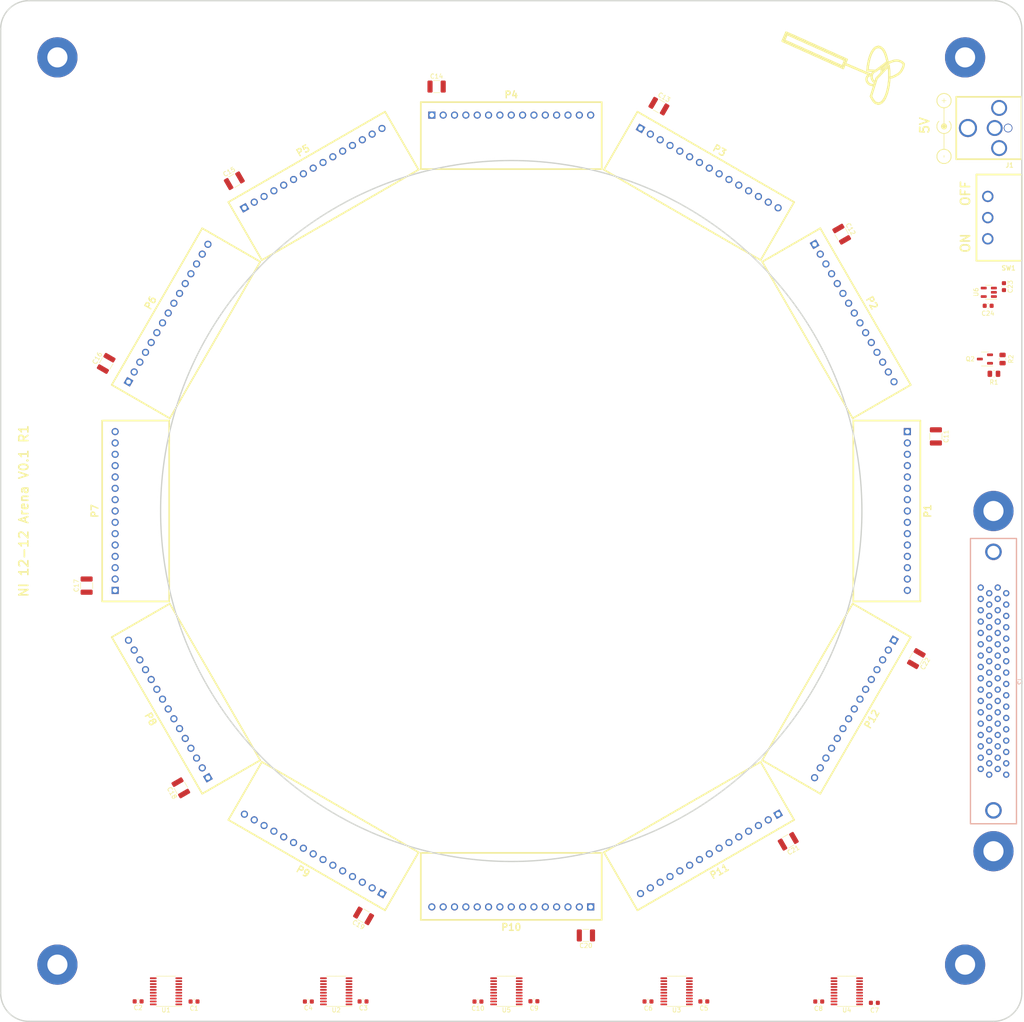
<source format=kicad_pcb>
(kicad_pcb (version 20221018) (generator pcbnew)
  (layers (0 "F.Cu" signal) (1 "In1.Cu" power) (2 "In2.Cu" power) (31 "B.Cu" signal) (34 "B.Paste" user) (35 "F.Paste" user) (36 "B.SilkS" user "B.Silkscreen") (37 "F.SilkS" user "F.Silkscreen") (38 "B.Mask" user) (39 "F.Mask" user) (44 "Edge.Cuts" user))
  (net 0 "")
  (net 1 "+3.3V")
  (net 2 "+5V")
  (net 4 "Net-(SW1-A)")
  (net 15 "/Level Shifters/PAN5V.CS_00")
  (net 16 "/Level Shifters/PAN5V.CS_01")
  (net 17 "/Level Shifters/PAN5V.CS_02")
  (net 18 "/Level Shifters/PAN5V.CS_03")
  (net 19 "/Level Shifters/PAN5V.CS_04")
  (net 20 "/Level Shifters/PAN5V.EXT_INT")
  (net 21 "GND")
  (net 25 "/Level Shifters/PAN5V.CS_05")
  (net 26 "/Level Shifters/PAN5V.CS_06")
  (net 38 "Net-(Q2-G)")
  (net 39 "/Level Shifters/PAN5V.RESET")
  (net 40 "/Level Shifters/PAN3V.RESET")
  (net 41 "/Level Shifters/PAN3V.CS_00")
  (net 42 "/Level Shifters/PAN3V.CS_01")
  (net 43 "/Level Shifters/PAN3V.CS_02")
  (net 44 "/Level Shifters/PAN3V.CS_03")
  (net 45 "/Level Shifters/PAN3V.CS_04")
  (net 46 "/Level Shifters/PAN3V.CS_05")
  (net 47 "/Level Shifters/PAN3V.CS_06")
  (net 48 "/Level Shifters/PAN3V.CS_07")
  (net 49 "/Level Shifters/PAN5V.CS_07")
  (net 50 "/Level Shifters/PAN3V.SCK_00")
  (net 51 "/Level Shifters/PAN3V.SCK_01")
  (net 52 "/Level Shifters/PAN3V.SCK_02")
  (net 53 "/Level Shifters/PAN3V.SCK_03")
  (net 54 "/Level Shifters/PAN3V.SCK_04")
  (net 55 "/Level Shifters/PAN3V.SCK_05")
  (net 56 "/Level Shifters/PAN3V.MOSI_00")
  (net 57 "/Level Shifters/PAN3V.MISO_00")
  (net 58 "/Level Shifters/PAN5V.MISO_00")
  (net 59 "/Level Shifters/PAN5V.MOSI_00")
  (net 60 "/Level Shifters/PAN5V.SCK_05")
  (net 61 "/Level Shifters/PAN5V.SCK_04")
  (net 62 "/Level Shifters/PAN5V.SCK_03")
  (net 63 "/Level Shifters/PAN5V.SCK_02")
  (net 64 "/Level Shifters/PAN3V.EXT_INT")
  (net 65 "/Level Shifters/PAN5V.SCK_01")
  (net 66 "/Level Shifters/PAN5V.SCK_00")
  (net 67 "/Level Shifters/PAN3V.MOSI_01")
  (net 68 "/Level Shifters/PAN3V.MISO_01")
  (net 69 "/Level Shifters/PAN3V.MOSI_02")
  (net 70 "/Level Shifters/PAN3V.MISO_02")
  (net 71 "/Level Shifters/PAN3V.MOSI_03")
  (net 72 "/Level Shifters/PAN3V.MISO_03")
  (net 73 "/Level Shifters/PAN3V.MOSI_04")
  (net 74 "/Level Shifters/PAN3V.MISO_04")
  (net 75 "/Level Shifters/PAN5V.MISO_04")
  (net 76 "/Level Shifters/PAN5V.MOSI_04")
  (net 77 "/Level Shifters/PAN5V.MISO_03")
  (net 78 "/Level Shifters/PAN5V.MOSI_03")
  (net 79 "/Level Shifters/PAN5V.MISO_02")
  (net 80 "/Level Shifters/PAN5V.MOSI_02")
  (net 81 "/Level Shifters/PAN5V.MISO_01")
  (net 82 "/Level Shifters/PAN5V.MOSI_01")
  (net 83 "/Level Shifters/PAN3V.MOSI_05")
  (net 84 "/Panel Headers/RESET")
  (net 85 "/Level Shifters/PAN3V.MISO_05")
  (net 86 "/Level Shifters/PAN3V.MOSI_06")
  (net 87 "/Level Shifters/PAN3V.MISO_06")
  (net 88 "/Level Shifters/PAN3V.MOSI_07")
  (net 89 "/Level Shifters/PAN3V.MISO_07")
  (net 90 "/Level Shifters/PAN3V.MOSI_08")
  (net 91 "/Level Shifters/PAN3V.MISO_08")
  (net 92 "/Level Shifters/PAN5V.MISO_08")
  (net 93 "/Level Shifters/PAN5V.MOSI_08")
  (net 94 "/Level Shifters/PAN5V.MISO_07")
  (net 95 "/Level Shifters/PAN5V.MOSI_07")
  (net 96 "/Level Shifters/PAN5V.MISO_06")
  (net 97 "/Level Shifters/PAN5V.MOSI_06")
  (net 98 "/Level Shifters/PAN5V.MISO_05")
  (net 99 "/Level Shifters/PAN5V.MOSI_05")
  (net 100 "/Level Shifters/PAN3V.MOSI_09")
  (net 101 "/Level Shifters/PAN3V.MISO_09")
  (net 102 "/Level Shifters/PAN3V.MOSI_10")
  (net 103 "/Level Shifters/PAN3V.MISO_10")
  (net 104 "/Level Shifters/PAN3V.MOSI_11")
  (net 105 "/Level Shifters/PAN3V.MISO_11")
  (net 106 "/Level Shifters/PAN5V.MISO_11")
  (net 107 "/Level Shifters/PAN5V.MOSI_11")
  (net 108 "/Level Shifters/PAN5V.MISO_10")
  (net 109 "/Level Shifters/PAN5V.MOSI_10")
  (net 110 "/Level Shifters/PAN5V.MISO_09")
  (net 111 "/Level Shifters/PAN5V.MOSI_09")
  (footprint "Capacitor_SMD:C_0603_1608Metric" (layer "F.Cu") (at 144.6255 287.643)
    (fp_text reference "C3")
    (fp_text value "0.1uF")
  )
  (footprint "Capacitor_SMD:C_1210_3225Metric" (layer "F.Cu") (at 210.858715 87.120624 -30)
    (fp_text reference "C13")
    (fp_text value "100uF")
  )
  (footprint "MountingHole:MountingHole_4.5mm_Pad" (layer "F.Cu") (at 76.2 76.2)
    (fp_text reference "H1" hide)
    (fp_text value "MountingHole_Pad" hide)
  )
  (footprint "arena_custom:HEADER_TOP" (layer "F.Cu") (at 177.799999 266.474028 180)
    (fp_text reference "P10")
    (fp_text value "CONN15" hide)
  )
  (footprint "Capacitor_SMD:C_0603_1608Metric" (layer "F.Cu") (at 208.4105 287.653 180)
    (fp_text reference "C6")
    (fp_text value "0.1uF")
  )
  (footprint "arena_custom:HEADER_TOP" (layer "F.Cu") (at 254.593961 222.137014 -120)
    (fp_text reference "P12")
    (fp_text value "CONN15" hide)
  )
  (footprint "arena_custom:HEADER_TOP" (layer "F.Cu") (at 89.125971 177.8 90)
    (fp_text reference "P7")
    (fp_text value "CONN15" hide)
  )
  (footprint "Capacitor_SMD:C_1210_3225Metric" (layer "F.Cu") (at 161.09 82.739999)
    (fp_text reference "C14")
    (fp_text value "100uF")
  )
  (footprint "Capacitor_SMD:C_1210_3225Metric" (layer "F.Cu") (at 268.479375 210.858715 -120)
    (fp_text reference "C22")
    (fp_text value "100uF")
  )
  (footprint "arena_custom:slide_switch" (layer "F.Cu") (at 287.02 112.0902 90)
    (fp_text reference "SW1")
    (fp_text value "SW_SPDT" hide)
  )
  (footprint "Package_SO:TSSOP-20_4.4x6.5mm_P0.65mm" (layer "F.Cu") (at 214.8155 285.373 180)
    (fp_text reference "U3")
    (fp_text value "TXB0108PW")
  )
  (footprint "Capacitor_SMD:C_0603_1608Metric" (layer "F.Cu") (at 246.6355 287.663 180)
    (fp_text reference "C8")
    (fp_text value "0.1uF")
  )
  (footprint "Package_SO:TSSOP-20_4.4x6.5mm_P0.65mm" (layer "F.Cu") (at 138.6155 285.373 180)
    (fp_text reference "U2")
    (fp_text value "TXB0108PW")
  )
  (footprint "Capacitor_SMD:C_1210_3225Metric" (layer "F.Cu") (at 103.830624 239.801284 120)
    (fp_text reference "C18")
    (fp_text value "100uF")
  )
  (footprint "arena_custom:HEADER_TOP" (layer "F.Cu") (at 133.462985 254.593961 150)
    (fp_text reference "P9")
    (fp_text value "CONN15" hide)
  )
  (footprint "arena_custom:HEADER_TOP" (layer "F.Cu") (at 222.137014 254.593961 -150)
    (fp_text reference "P11")
    (fp_text value "CONN15" hide)
  )
  (footprint "Capacitor_SMD:C_0603_1608Metric" (layer "F.Cu") (at 182.8705 287.603)
    (fp_text reference "C9")
    (fp_text value "0.1uF")
  )
  (footprint "Capacitor_SMD:C_0603_1608Metric" (layer "F.Cu") (at 94.2705 287.633 180)
    (fp_text reference "C2")
    (fp_text value "0.1uF")
  )
  (footprint "Capacitor_SMD:C_0603_1608Metric" (layer "F.Cu") (at 220.9105 287.643)
    (fp_text reference "C5")
    (fp_text value "0.1uF")
  )
  (footprint "Capacitor_SMD:C_0603_1608Metric" (layer "F.Cu") (at 170.3455 287.673 180)
    (fp_text reference "C10")
    (fp_text value "0.1uF")
  )
  (footprint "MountingHole:MountingHole_4.5mm_Pad" (layer "F.Cu") (at 279.4 279.4)
    (fp_text reference "H3" hide)
    (fp_text value "MountingHole_Pad" hide)
  )
  (footprint "Package_SO:TSSOP-20_4.4x6.5mm_P0.65mm" (layer "F.Cu") (at 100.5155 285.373 180)
    (fp_text reference "U1")
    (fp_text value "TXB0108PW")
  )
  (footprint "Capacitor_SMD:C_0603_1608Metric" (layer "F.Cu") (at 284.561 131.836)
    (fp_text reference "C24")
    (fp_text value "10uF")
  )
  (footprint "Package_TO_SOT_SMD:SOT-23-3" (layer "F.Cu") (at 283.8395 143.764 180)
    (fp_text reference "Q2")
    (fp_text value "MOSFET_NCHAN")
  )
  (footprint "MountingHole:MountingHole_4.5mm_Pad" (layer "F.Cu") (at 76.2 279.4)
    (fp_text reference "H4" hide)
    (fp_text value "MountingHole_Pad" hide)
  )
  (footprint "arena_custom:DCJACK_2PIN_HIGHCURRENT" (layer "F.Cu") (at 292.0238 92.0242 -90)
    (fp_text reference "J1")
    (fp_text value "Barrel_Jack" hide)
  )
  (footprint "Capacitor_SMD:C_1210_3225Metric" (layer "F.Cu") (at 115.798715 103.830624 30)
    (fp_text reference "C15")
    (fp_text value "100uF")
  )
  (footprint "arena_custom:HEADER_TOP" (layer "F.Cu") (at 133.462985 101.006038 30)
    (fp_text reference "P5")
    (fp_text value "CONN15" hide)
  )
  (footprint "Capacitor_SMD:C_1210_3225Metric" (layer "F.Cu") (at 239.801284 251.769375 -150)
    (fp_text reference "C21")
    (fp_text value "100uF")
  )
  (footprint "Package_SO:TSSOP-20_4.4x6.5mm_P0.65mm" (layer "F.Cu") (at 252.9155 285.373 180)
    (fp_text reference "U4")
    (fp_text value "TXB0108PW")
  )
  (footprint "arena_custom:HEADER_TOP" (layer "F.Cu") (at 177.8 89.125971)
    (fp_text reference "P4")
    (fp_text value "CONN15" hide)
  )
  (footprint "Resistor_SMD:R_0805_2012Metric" (layer "F.Cu") (at 285.8535 147.066)
    (fp_text reference "R1")
    (fp_text value "200")
  )
  (footprint "Package_TO_SOT_SMD:SOT-23-5" (layer "F.Cu") (at 284.7035 128.816 180)
    (fp_text reference "U6")
    (fp_text value "AP2112K-3.3" hide)
  )
  (footprint "Capacitor_SMD:C_1210_3225Metric" (layer "F.Cu") (at 272.86 161.09 -90)
    (fp_text reference "C11")
    (fp_text value "100uF")
  )
  (footprint "Capacitor_SMD:C_1210_3225Metric" (layer "F.Cu") (at 251.769375 115.798715 -60)
    (fp_text reference "C12")
    (fp_text value "100uF")
  )
  (footprint "MountingHole:MountingHole_4.5mm_Pad" (layer "F.Cu") (at 285.75 177.8)
    (fp_text reference "H5" hide)
    (fp_text value "MountingHole_Pad" hide)
  )
  (footprint "arena_custom:HEADER_TOP" (layer "F.Cu") (at 266.474028 177.8 -90)
    (fp_text reference "P1")
    (fp_text value "CONN15" hide)
  )
  (footprint "arena_custom:HEADER_TOP" (layer "F.Cu") (at 101.006038 133.462985 60)
    (fp_text reference "P6")
    (fp_text value "CONN15" hide)
  )
  (footprint "arena_custom:HEADER_TOP" (layer "F.Cu") (at 101.006038 222.137014 120)
    (fp_text reference "P8")
    (fp_text value "CONN15" hide)
  )
  (footprint "MountingHole:MountingHole_4.5mm_Pad" (layer "F.Cu") (at 279.4 76.2)
    (fp_text reference "H2" hide)
    (fp_text value "MountingHole_Pad" hide)
  )
  (footprint "Capacitor_SMD:C_0603_1608Metric" (layer "F.Cu") (at 132.3755 287.663 180)
    (fp_text reference "C4")
    (fp_text value "0.1uF")
  )
  (footprint "Capacitor_SMD:C_0603_1608Metric" (layer "F.Cu") (at 259.0855 287.953)
    (fp_text reference "C7")
    (fp_text value "0.1uF")
  )
  (footprint "Capacitor_SMD:C_1210_3225Metric" (layer "F.Cu") (at 87.120624 144.741284 60)
    (fp_text reference "C16")
    (fp_text value "100uF")
  )
  (footprint "Capacitor_SMD:C_0603_1608Metric" (layer "F.Cu") (at 106.7905 287.663)
    (fp_text reference "C1")
    (fp_text value "0.1uF")
  )
  (footprint "MountingHole:MountingHole_4.5mm_Pad" (layer "F.Cu") (at 285.75 254)
    (fp_text reference "H6" hide)
    (fp_text value "MountingHole_Pad" hide)
  )
  (footprint "arena_custom:HEADER_TOP" (layer "F.Cu") (at 254.593961 133.462985 -60)
    (fp_text reference "P2")
    (fp_text value "CONN15" hide)
  )
  (footprint "Capacitor_SMD:C_1210_3225Metric" (layer "F.Cu") (at 194.51 272.86 180)
    (fp_text reference "C20")
    (fp_text value "100uF")
  )
  (footprint "Capacitor_SMD:C_0603_1608Metric" (layer "F.Cu") (at 288.096 127.546 -90)
    (fp_text reference "C23")
    (fp_text value "10uF")
  )
  (footprint "Capacitor_SMD:C_1210_3225Metric" (layer "F.Cu") (at 144.741284 268.479375 150)
    (fp_text reference "C19")
    (fp_text value "100uF")
  )
  (footprint "Capacitor_SMD:C_1210_3225Metric" (layer "F.Cu") (at 82.739999 194.51 90)
    (fp_text reference "C17")
    (fp_text value "100uF")
  )
  (footprint "arena_custom:HEADER_TOP" (layer "F.Cu") (at 222.137014 101.006038 -30)
    (fp_text reference "P3")
    (fp_text value "CONN15" hide)
  )
  (footprint "Package_SO:TSSOP-20_4.4x6.5mm_P0.65mm" (layer "F.Cu") (at 176.7155 285.373 180)
    (fp_text reference "U5")
    (fp_text value "TXB0108PW")
  )
  (footprint "Resistor_SMD:R_0805_2012Metric" (layer "F.Cu") (at 287.782 143.764 -90)
    (fp_text reference "R2")
    (fp_text value "20k")
  )
  (footprint "arena_custom:TE_CONN_DSUB_VERT_68" (layer "B.Cu") (at 285.75 215.9 90)
    (fp_text reference "J2")
    (fp_text value "NI_TE_68pos" hide)
  )
  (gr_line (start 261.869046 84.235629) (end 261.941978 83.996274) (stroke (width 0.514144)) (layer "F.SilkS"))
  (gr_line (start 258.99813 86.023131) (end 259.098897 86.128731) (stroke (width 0.514144)) (layer "F.SilkS"))
  (gr_line (start 259.068645 82.308853) (end 258.717929 82.409537) (stroke (width 0.514144)) (layer "F.SilkS"))
  (gr_line (start 273.382477 92.585887) (end 273.336417 92.519801) (stroke (width 0.15487)) (layer "F.SilkS"))
  (gr_line (start 275.003458 84.324863) (end 275.080765 84.342706) (stroke (width 0.179621)) (layer "F.SilkS"))
  (gr_line (start 273.725344 84.609849) (end 273.787993 84.565299) (stroke (width 0.179621)) (layer "F.SilkS"))
  (gr_line (start 262.352669 81.788771) (end 262.380098 81.482222) (stroke (width 0.514144)) (layer "F.SilkS"))
  (gr_line (start 257.687722 79.102057) (end 257.547538 79.107867) (stroke (width 0.514144)) (layer "F.SilkS"))
  (gr_line (start 257.723346 80.298042) (end 258.0072 80.217521) (stroke (width 0.514144)) (layer "F.SilkS"))
  (gr_line (start 258.318284 84.933399) (end 258.534906 85.362848) (stroke (width 0.514144)) (layer "F.SilkS"))
  (gr_line (start 261.038343 85.916534) (end 261.144288 85.776614) (stroke (width 0.514144)) (layer "F.SilkS"))
  (gr_line (start 275.230838 99.879067) (end 275.156592 99.904189) (stroke (width 0.179621)) (layer "F.SilkS"))
  (gr_line (start 276.047991 97.549536) (end 276.086466 97.616452) (stroke (width 0.179621)) (layer "F.SilkS"))
  (gr_line (start 259.522398 86.435015) (end 259.632794 86.481079) (stroke (width 0.514144)) (layer "F.SilkS"))
  (gr_line (start 258.777057 85.766629) (end 258.999103 86.077093) (stroke (width 0.514144)) (layer "F.SilkS"))
  (gr_line (start 274.438075 87.469819) (end 274.359386 87.455767) (stroke (width 0.179621)) (layer "F.SilkS"))
  (gr_line (start 276.068771 92.451998) (end 276.026396 92.519801) (stroke (width 0.15487)) (layer "F.SilkS"))
  (gr_line (start 259.269515 86.342375) (end 259.551597 86.474135) (stroke (width 0.514144)) (layer "F.SilkS"))
  (gr_line (start 273.607013 99.560919) (end 273.551517 99.50801) (stroke (width 0.179621)) (layer "F.SilkS"))
  (gr_line (start 273.852841 99.744693) (end 273.788008 99.70313) (stroke (width 0.179621)) (layer "F.SilkS"))
  (gr_line (start 276.275119 91.864932) (end 276.262222 91.94132) (stroke (width 0.15487)) (layer "F.SilkS"))
  (gr_line (start 261.195859 79.169296) (end 259.579265 80.914514) (stroke (width 0.514144)) (layer "F.SilkS"))
  (gr_line (start 273.66498 97.145084) (end 273.725344 97.097647) (stroke (width 0.179621)) (layer "F.SilkS"))
  (gr_line (start 258.222097 75.712175) (end 258.508193 75.08281) (stroke (width 0.514144)) (layer "F.SilkS"))
  (gr_line (start 257.639291 81.892298) (end 257.44424 81.58542) (stroke (width 0.514144)) (layer "F.SilkS"))
  (gr_line (start 259.105015 74.263825) (end 259.311569 74.094352) (stroke (width 0.514144)) (layer "F.SilkS"))
  (gr_line (start 274.599194 87.486151) (end 274.518045 87.479981) (stroke (width 0.179621)) (layer "F.SilkS"))
  (gr_line (start 264.846868 77.03694) (end 265.19515 77.227932) (stroke (width 0.514144)) (layer "F.SilkS"))
  (gr_line (start 273.356395 99.271523) (end 273.314831 99.20669) (stroke (width 0.179621)) (layer "F.SilkS"))
  (gr_line (start 273.101902 85.646968) (end 273.115954 85.56828) (stroke (width 0.179621)) (layer "F.SilkS"))
  (gr_line (start 257.836877 82.08495) (end 257.639291 81.892298) (stroke (width 0.514144)) (layer "F.SilkS"))
  (gr_line (start 258.363097 84.991946) (end 258.44546 85.168472) (stroke (width 0.514144)) (layer "F.SilkS"))
  (gr_line (start 275.755818 87.073121) (end 275.697839 87.123344) (stroke (width 0.179621)) (layer "F.SilkS"))
  (gr_line (start 257.44424 81.58542) (end 257.354114 81.357061) (stroke (width 0.514144)) (layer "F.SilkS"))
  (gr_line (start 276.086466 85.128654) (end 276.121754 85.197553) (stroke (width 0.179621)) (layer "F.SilkS"))
  (gr_line (start 274.681423 87.488231) (end 274.599194 87.486151) (stroke (width 0.179621)) (layer "F.SilkS"))
  (gr_line (start 274.924769 84.310811) (end 275.003458 84.324863) (stroke (width 0.179621)) (layer "F.SilkS"))
  (gr_line (start 260.733432 86.263588) (end 261.151004 85.835117) (stroke (width 0.514144)) (layer "F.SilkS"))
  (gr_line (start 273.314823 85.061738) (end 273.356386 84.996906) (stroke (width 0.179621)) (layer "F.SilkS"))
  (gr_line (start 276.271073 98.214736) (end 276.277243 98.295885) (stroke (width 0.179621)) (layer "F.SilkS"))
  (gr_line (start 275.374182 96.937769) (end 275.44308 96.973057) (stroke (width 0.179621)) (layer "F.SilkS"))
  (gr_line (start 273.602839 92.829524) (end 273.542765 92.772411) (stroke (width 0.15487)) (layer "F.SilkS"))
  (gr_line (start 260.706413 79.477825) (end 260.712024 79.395359) (stroke (width 0.514144)) (layer "F.SilkS"))
  (gr_line (start 276.121754 86.583077) (end 276.086466 86.651976) (stroke (width 0.179621)) (layer "F.SilkS"))
  (gr_line (start 260.946139 74.368048) (end 261.01622 74.452941) (stroke (width 0.514144)) (layer "F.SilkS"))
  (gr_line (start 276.246859 85.56828) (end 276.260911 85.646968) (stroke (width 0.179621)) (layer "F.SilkS"))
  (gr_line (start 259.191337 74.160326) (end 259.635724 73.899427) (stroke (width 0.514144)) (layer "F.SilkS"))
  (gr_line (start 275.86422 97.303711) (end 275.914443 97.361691) (stroke (width 0.179621)) (layer "F.SilkS"))
  (gr_line (start 262.545324 80.771909) (end 262.412185 80.815627) (stroke (width 0.514144)) (layer "F.SilkS"))
  (gr_line (start 260.324618 73.925972) (end 260.408233 73.957619) (stroke (width 0.514144)) (layer "F.SilkS"))
  (gr_line (start 274.059426 84.417972) (end 274.131991 84.389361) (stroke (width 0.179621)) (layer "F.SilkS"))
  (gr_line (start 273.161389 92.166478) (end 273.137438 92.092236) (stroke (width 0.15487)) (layer "F.SilkS"))
  (gr_line (start 274.438068 96.798609) (end 274.518039 96.788447) (stroke (width 0.179621)) (layer "F.SilkS"))
  (gr_line (start 275.230838 87.391269) (end 275.156592 87.416391) (stroke (width 0.179621)) (layer "F.SilkS"))
  (gr_line (start 276.277243 98.460342) (end 276.271073 98.541491) (stroke (width 0.179621)) (layer "F.SilkS"))
  (gr_line (start 273.725358 99.658579) (end 273.664993 99.611142) (stroke (width 0.179621)) (layer "F.SilkS"))
  (gr_line (start 259.801304 86.526091) (end 259.858193 86.534526) (stroke (width 0.514144)) (layer "F.SilkS"))
  (gr_line (start 274.835757 93.236685) (end 274.758653 93.242212) (stroke (width 0.15487)) (layer "F.SilkS"))
  (gr_line (start 275.509996 87.256895) (end 275.44308 87.295371) (stroke (width 0.179621)) (layer "F.SilkS"))
  (gr_line (start 274.758653 93.242212) (end 274.681406 93.244055) (stroke (width 0.15487)) (layer "F.SilkS"))
  (gr_line (start 265.212543 79.059189) (end 264.97343 79.423887) (stroke (width 0.514144)) (layer "F.SilkS"))
  (gr_line (start 261.10243 78.444621) (end 261.315995 78.173283) (stroke (width 0.514144)) (layer "F.SilkS"))
  (gr_line (start 274.681423 90.986001) (end 274.681423 87.561242) (stroke (width 0.168772)) (layer "F.SilkS"))
  (gr_line (start 273.314831 99.20669) (end 273.276354 99.139774) (stroke (width 0.179621)) (layer "F.SilkS"))
  (gr_line (start 258.805038 79.584245) (end 258.962692 79.400971) (stroke (width 0.514144)) (layer "F.SilkS"))
  (gr_line (start 257.528226 80.472031) (end 257.723346 80.298042) (stroke (width 0.514144)) (layer "F.SilkS"))
  (gr_line (start 274.059439 99.850456) (end 273.988657 99.818457) (stroke (width 0.179621)) (layer "F.SilkS"))
  (gr_line (start 273.08557 85.808087) (end 273.09174 85.726938) (stroke (width 0.179621)) (layer "F.SilkS"))
  (gr_line (start 274.518045 87.479981) (end 274.438075 87.469819) (stroke (width 0.179621)) (layer "F.SilkS"))
  (gr_line (start 275.374182 87.330659) (end 275.303401 87.362658) (stroke (width 0.179621)) (layer "F.SilkS"))
  (gr_line (start 276.153753 99.000094) (end 276.121754 99.070875) (stroke (width 0.179621)) (layer "F.SilkS"))
  (gr_line (start 260.890935 74.300249) (end 261.297105 74.857027) (stroke (width 0.514144)) (layer "F.SilkS"))
  (gr_line (start 265.19515 77.227932) (end 265.459892 77.445818) (stroke (width 0.514144)) (layer "F.SilkS"))
  (gr_line (start 252.018284 78.418166) (end 238.718666 72.463535) (stroke (width 0.514144)) (layer "F.SilkS"))
  (gr_line (start 273.078482 91.479414) (end 273.087694 91.402597) (stroke (width 0.15487)) (layer "F.SilkS"))
  (gr_line (start 276.284331 91.788114) (end 276.275119 91.864932) (stroke (width 0.15487)) (layer "F.SilkS"))
  (gr_line (start 252.133761 78.470301) (end 252.892946 76.689761) (stroke (width 0.514144)) (layer "F.SilkS"))
  (gr_line (start 259.973209 73.869262) (end 260.063605 73.872837) (stroke (width 0.514144)) (layer "F.SilkS"))
  (gr_line (start 261.710483 84.685573) (end 261.79183 84.465528) (stroke (width 0.514144)) (layer "F.SilkS"))
  (gr_line (start 274.131991 96.877159) (end 274.206238 96.852037) (stroke (width 0.179621)) (layer "F.SilkS"))
  (gr_line (start 259.551597 86.474135) (end 259.994684 86.548802) (stroke (width 0.514144)) (layer "F.SilkS"))
  (gr_line (start 275.359457 93.094824) (end 275.287362 93.126144) (stroke (width 0.15487)) (layer "F.SilkS"))
  (gr_line (start 274.604159 93.242212) (end 274.527055 93.236685) (stroke (width 0.15487)) (layer "F.SilkS"))
  (gr_line (start 263.514703 76.966002) (end 263.881629 76.910616) (stroke (width 0.514144)) (layer "F.SilkS"))
  (gr_line (start 275.633528 92.932696) (end 275.567443 92.978755) (stroke (width 0.15487)) (layer "F.SilkS"))
  (gr_line (start 274.450238 93.227473) (end 274.373849 93.214577) (stroke (width 0.15487)) (layer "F.SilkS"))
  (gr_line (start 274.763651 87.486151) (end 274.681423 87.488231) (stroke (width 0.179621)) (layer "F.SilkS"))
  (gr_line (start 264.512155 76.955573) (end 264.846868 77.03694) (stroke (width 0.514144)) (layer "F.SilkS"))
  (gr_line (start 258.962692 79.400971) (end 259.082687 79.281825) (stroke (width 0.514144)) (layer "F.SilkS"))
  (gr_line (start 262.125243 77.541033) (end 262.317544 77.429839) (stroke (width 0.514144)) (layer "F.SilkS"))
  (gr_line (start 265.620054 78.101997) (end 265.506257 78.457494) (stroke (width 0.514144)) (layer "F.SilkS"))
  (gr_line (start 260.817915 86.156861) (end 260.9295 86.043416) (stroke (width 0.514144)) (layer "F.SilkS"))
  (gr_line (start 275.064779 93.197996) (end 274.988963 93.214577) (stroke (width 0.15487)) (layer "F.SilkS"))
  (gr_line (start 275.811312 84.760418) (end 275.86422 84.815913) (stroke (width 0.179621)) (layer "F.SilkS"))
  (gr_line (start 259.635364 73.926715) (end 259.746568 73.894972) (stroke (width 0.514144)) (layer "F.SilkS"))
  (gr_line (start 265.459892 77.445818) (end 265.636571 77.627093) (stroke (width 0.514144)) (layer "F.SilkS"))
  (gr_line (start 273.18045 85.340898) (end 273.209061 85.268335) (stroke (width 0.179621)) (layer "F.SilkS"))
  (gr_line (start 274.132004 99.879067) (end 274.059439 99.850456) (stroke (width 0.179621)) (layer "F.SilkS"))
  (gr_line (start 274.359386 99.943564) (end 274.282078 99.925722) (stroke (width 0.179621)) (layer "F.SilkS"))
  (gr_line (start 276.277243 85.808087) (end 276.279322 85.890315) (stroke (width 0.179621)) (layer "F.SilkS"))
  (gr_line (start 262.348726 78.582461) (end 262.320169 78.325753) (stroke (width 0.514144)) (layer "F.SilkS"))
  (gr_line (start 260.152305 73.88352) (end 260.239309 73.901252) (stroke (width 0.514144)) (layer "F.SilkS"))
  (gr_line (start 275.374182 84.449971) (end 275.44308 84.485259) (stroke (width 0.179621)) (layer "F.SilkS"))
  (gr_line (start 275.820048 92.772411) (end 275.759973 92.829524) (stroke (width 0.15487)) (layer "F.SilkS"))
  (gr_line (start 273.294042 90.815531) (end 273.336417 90.747728) (stroke (width 0.15487)) (layer "F.SilkS"))
  (gr_line (start 273.137438 91.175293) (end 273.161389 91.101051) (stroke (width 0.15487)) (layer "F.SilkS"))
  (gr_line (start 273.133798 98.777457) (end 273.115955 98.700149) (stroke (width 0.179621)) (layer "F.SilkS"))
  (gr_line (start 257.547538 79.107867) (end 257.592519 78.552196) (stroke (width 0.514144)) (layer "F.SilkS"))
  (gr_line (start 239.427243 70.80169) (end 252.726861 76.756319) (stroke (width 0.514144)) (layer "F.SilkS"))
  (gr_line (start 275.811312 97.248216) (end 275.86422 97.303711) (stroke (width 0.179621)) (layer "F.SilkS"))
  (gr_line (start 276.026396 92.519801) (end 275.980336 92.585887) (stroke (width 0.15487)) (layer "F.SilkS"))
  (gr_line (start 261.536013 85.094508) (end 261.625159 84.895366) (stroke (width 0.514144)) (layer "F.SilkS"))
  (gr_line (start 276.275119 91.402597) (end 276.284331 91.479414) (stroke (width 0.15487)) (layer "F.SilkS"))
  (gr_line (start 259.972961 86.541318) (end 260.099431 86.533073) (stroke (width 0.514144)) (layer "F.SilkS"))
  (gr_line (start 276.246859 98.700149) (end 276.229017 98.777457) (stroke (width 0.179621)) (layer "F.SilkS"))
  (gr_line (start 261.341306 74.971955) (end 261.401263 75.094245) (stroke (width 0.514144)) (layer "F.SilkS"))
  (gr_line (start 276.047991 85.061738) (end 276.086466 85.128654) (stroke (width 0.179621)) (layer "F.SilkS"))
  (gr_line (start 273.087694 91.402597) (end 273.100591 91.326209) (stroke (width 0.15487)) (layer "F.SilkS"))
  (gr_line (start 261.675791 75.794806) (end 261.773826 76.115488) (stroke (width 0.514144)) (layer "F.SilkS"))
  (gr_line (start 263.449756 80.470019) (end 263.104776 80.627747) (stroke (width 0.514144)) (layer "F.SilkS"))
  (gr_line (start 262.027618 77.209965) (end 261.376386 77.701929) (stroke (width 0.514144)) (layer "F.SilkS"))
  (gr_line (start 273.664993 87.123344) (end 273.607013 87.073121) (stroke (width 0.179621)) (layer "F.SilkS"))
  (gr_line (start 263.76086 80.342364) (end 263.449756 80.470019) (stroke (width 0.514144)) (layer "F.SilkS"))
  (gr_line (start 265.636571 77.627093) (end 265.663369 77.776798) (stroke (width 0.514144)) (layer "F.SilkS"))
  (gr_line (start 276.153753 97.756132) (end 276.182363 97.828696) (stroke (width 0.179621)) (layer "F.SilkS"))
  (gr_line (start 262.612989 77.277899) (end 262.838926 77.169467) (stroke (width 0.514144)) (layer "F.SilkS"))
  (gr_line (start 262.420712 79.650396) (end 262.409246 79.377787) (stroke (width 0.514144)) (layer "F.SilkS"))
  (gr_line (start 258.93925 81.596985) (end 258.793315 81.442199) (stroke (width 0.514144)) (layer "F.SilkS"))
  (gr_line (start 275.755818 99.560919) (end 275.697839 99.611142) (stroke (width 0.179621)) (layer "F.SilkS"))
  (gr_line (start 274.681423 99.976028) (end 274.599194 99.973949) (stroke (width 0.179621)) (layer "F.SilkS"))
  (gr_line (start 273.209061 97.756132) (end 273.24106 97.685351) (stroke (width 0.179621)) (layer "F.SilkS"))
  (gr_line (start 276.271073 85.726938) (end 276.277243 85.808087) (stroke (width 0.179621)) (layer "F.SilkS"))
  (gr_line (start 275.574827 84.565299) (end 275.637475 84.609849) (stroke (width 0.179621)) (layer "F.SilkS"))
  (gr_line (start 275.877162 90.555193) (end 275.930591 90.617416) (stroke (width 0.15487)) (layer "F.SilkS"))
  (gr_line (start 275.930591 92.650113) (end 275.877162 92.712335) (stroke (width 0.15487)) (layer "F.SilkS"))
  (gr_line (start 258.230422 80.071917) (end 258.212991 80.112954) (stroke (width 0.514144)) (layer "F.SilkS"))
  (gr_line (start 273.087694 91.864932) (end 273.078482 91.788115) (stroke (width 0.15487)) (layer "F.SilkS"))
  (gr_line (start 276.182363 85.340898) (end 276.207485 85.415144) (stroke (width 0.179621)) (layer "F.SilkS"))
  (gr_line (start 273.180454 86.439732) (end 273.155331 86.365486) (stroke (width 0.179621)) (layer "F.SilkS"))
  (gr_line (start 276.068771 90.81553) (end 276.107461 90.884907) (stroke (width 0.15487)) (layer "F.SilkS"))
  (gr_line (start 259.34271 79.259526) (end 257.547538 79.107869) (stroke (width 0.514144)) (layer "F.SilkS"))
  (gr_line (start 262.320169 78.325753) (end 262.287582 78.073696) (stroke (width 0.514144)) (layer "F.SilkS"))
  (gr_line (start 274.075451 93.126144) (end 274.003355 93.094824) (stroke (width 0.15487)) (layer "F.SilkS"))
  (gr_line (start 275.637475 87.170781) (end 275.574827 87.215332) (stroke (width 0.179621)) (layer "F.SilkS"))
  (gr_line (start 273.276354 99.139774) (end 273.241065 99.070875) (stroke (width 0.179621)) (layer "F.SilkS"))
  (gr_line (start 273.607 84.707509) (end 273.66498 84.657286) (stroke (width 0.179621)) (layer "F.SilkS"))
  (gr_line (start 257.934495 76.603553) (end 258.222097 75.712175) (stroke (width 0.514144)) (layer "F.SilkS"))
  (gr_line (start 273.485651 90.555193) (end 273.542765 90.495117) (stroke (width 0.15487)) (layer "F.SilkS"))
  (gr_line (start 273.485651 92.712335) (end 273.432221 92.650113) (stroke (width 0.15487)) (layer "F.SilkS"))
  (gr_line (start 273.115954 98.056078) (end 273.133796 97.978769) (stroke (width 0.179621)) (layer "F.SilkS"))
  (gr_line (start 275.303401 87.362658) (end 275.230838 87.391269) (stroke (width 0.179621)) (layer "F.SilkS"))
  (gr_line (start 273.448373 84.873893) (end 273.498596 84.815913) (stroke (width 0.179621)) (layer "F.SilkS"))
  (gr_line (start 273.276354 86.651976) (end 273.241065 86.583077) (stroke (width 0.179621)) (layer "F.SilkS"))
  (gr_line (start 273.725344 97.097647) (end 273.787993 97.053096) (stroke (width 0.179621)) (layer "F.SilkS"))
  (gr_line (start 276.207485 98.853284) (end 276.182363 98.92753) (stroke (width 0.179621)) (layer "F.SilkS"))
  (gr_line (start 258.48339 80.268263) (end 258.584924 79.920481) (stroke (width 0.514144)) (layer "F.SilkS"))
  (gr_line (start 274.059439 87.362658) (end 273.988657 87.330659) (stroke (width 0.179621)) (layer "F.SilkS"))
  (gr_line (start 275.755818 97.195307) (end 275.811312 97.248216) (stroke (width 0.179621)) (layer "F.SilkS"))
  (gr_line (start 273.255351 92.382622) (end 273.220346 92.311814) (stroke (width 0.15487)) (layer "F.SilkS"))
  (gr_line (start 275.961879 97.422055) (end 276.006429 97.484703) (stroke (width 0.179621)) (layer "F.SilkS"))
  (gr_line (start 273.551517 99.50801) (end 273.498607 99.452515) (stroke (width 0.179621)) (layer "F.SilkS"))
  (gr_line (start 260.712024 79.395359) (end 260.716824 79.334517) (stroke (width 0.514144)) (layer "F.SilkS"))
  (gr_line (start 257.547538 79.107869) (end 257.578124 78.652664) (stroke (width 0.514144)) (layer "F.SilkS"))
  (gr_line (start 273.432221 92.650113) (end 273.382477 92.585887) (stroke (width 0.15487)) (layer "F.SilkS"))
  (gr_line (start 274.438068 84.310811) (end 274.518039 84.300649) (stroke (width 0.179621)) (layer "F.SilkS"))
  (gr_line (start 275.961879 84.934257) (end 276.006429 84.996906) (stroke (width 0.179621)) (layer "F.SilkS"))
  (gr_line (start 275.697839 87.123344) (end 275.637475 87.170781) (stroke (width 0.179621)) (layer "F.SilkS"))
  (gr_line (start 262.430002 80.205245) (end 262.427663 79.926306) (stroke (width 0.514144)) (layer "F.SilkS"))
  (gr_line (start 273.664993 99.611142) (end 273.607013 99.560919) (stroke (width 0.179621)) (layer "F.SilkS"))
  (gr_line (start 238.718666 72.463535) (end 239.427243 70.80169) (stroke (width 0.514144)) (layer "F.SilkS"))
  (gr_line (start 273.24106 97.685351) (end 273.276348 97.616452) (stroke (width 0.179621)) (layer "F.SilkS"))
  (gr_line (start 275.697839 97.145084) (end 275.755818 97.195307) (stroke (width 0.179621)) (layer "F.SilkS"))
  (gr_line (start 260.9295 86.043416) (end 261.038343 85.916534) (stroke (width 0.514144)) (layer "F.SilkS"))
  (gr_line (start 275.230838 84.389361) (end 275.303401 84.417972) (stroke (width 0.179621)) (layer "F.SilkS"))
  (gr_line (start 276.245641 91.250393) (end 276.262222 91.326208) (stroke (width 0.15487)) (layer "F.SilkS"))
  (gr_line (start 259.098897 86.128731) (end 259.201825 86.223015) (stroke (width 0.514144)) (layer "F.SilkS"))
  (gr_line (start 276.260911 85.646968) (end 276.271073 85.726938) (stroke (width 0.179621)) (layer "F.SilkS"))
  (gr_line (start 257.834421 77.017428) (end 257.947699 76.556915) (stroke (width 0.514144)) (layer "F.SilkS"))
  (gr_line (start 260.490153 73.996134) (end 260.57038 74.041455) (stroke (width 0.514144)) (layer "F.SilkS"))
  (gr_line (start 262.133521 83.225451) (end 262.187771 82.952251) (stroke (width 0.514144)) (layer "F.SilkS"))
  (gr_poly (pts (xy 274.615471 85.821918) (xy 274.615471 85.37279) (xy 274.74731 85.37279) (xy 274.74731 85.821918) (xy 275.196443 85.821918) (xy 275.196443 85.958716) (xy 274.74731 85.958716) (xy 274.74731 86.407842) (xy 274.615471 86.407842) (xy 274.615471 85.958716) (xy 274.166338 85.958716) (xy 274.166338 85.821918)) (fill solid) (layer "F.SilkS"))
  (gr_line (start 273.498607 99.452515) (end 273.448383 99.394536) (stroke (width 0.179621)) (layer "F.SilkS"))
  (gr_line (start 274.282078 99.925722) (end 274.20625 99.904189) (stroke (width 0.179621)) (layer "F.SilkS"))
  (gr_line (start 276.277243 98.295885) (end 276.279322 98.378113) (stroke (width 0.179621)) (layer "F.SilkS"))
  (gr_line (start 264.693561 79.736955) (end 264.392804 79.964002) (stroke (width 0.514144)) (layer "F.SilkS"))
  (gr_line (start 274.924769 96.798609) (end 275.003458 96.812662) (stroke (width 0.179621)) (layer "F.SilkS"))
  (gr_line (start 275.961879 99.334171) (end 275.914443 99.394536) (stroke (width 0.179621)) (layer "F.SilkS"))
  (gr_line (start 275.820048 90.495117) (end 275.877162 90.555193) (stroke (width 0.15487)) (layer "F.SilkS"))
  (gr_line (start 275.080765 99.925722) (end 275.003458 99.943564) (stroke (width 0.179621)) (layer "F.SilkS"))
  (gr_line (start 274.518039 84.300649) (end 274.599191 84.294479) (stroke (width 0.179621)) (layer "F.SilkS"))
  (gr_line (start 261.459536 75.222556) (end 261.516125 75.356828) (stroke (width 0.514144)) (layer "F.SilkS"))
  (gr_line (start 276.207485 85.415144) (end 276.229017 85.490971) (stroke (width 0.179621)) (layer "F.SilkS"))
  (gr_line (start 258.803546 85.779168) (end 258.899641 85.906511) (stroke (width 0.514144)) (layer "F.SilkS"))
  (gr_line (start 274.681423 96.71847) (end 274.681423 93.293712) (stroke (width 0.168772)) (layer "F.SilkS"))
  (gr_line (start 275.86422 86.964717) (end 275.811312 87.020212) (stroke (width 0.179621)) (layer "F.SilkS"))
  (gr_line (start 273.155328 85.415144) (end 273.18045 85.340898) (stroke (width 0.179621)) (layer "F.SilkS"))
  (gr_line (start 260.543439 74.014543) (end 260.890935 74.300249) (stroke (width 0.514144)) (layer "F.SilkS"))
  (gr_line (start 274.924769 87.469819) (end 274.8448 87.479981) (stroke (width 0.179621)) (layer "F.SilkS"))
  (gr_line (start 273.09174 98.541491) (end 273.08557 98.460342) (stroke (width 0.179621)) (layer "F.SilkS"))
  (gr_line (start 273.155328 97.902942) (end 273.18045 97.828696) (stroke (width 0.179621)) (layer "F.SilkS"))
  (gr_line (start 276.142467 90.955715) (end 276.173787 91.02781) (stroke (width 0.15487)) (layer "F.SilkS"))
  (gr_line (start 262.373156 78.843549) (end 262.348726 78.582461) (stroke (width 0.514144)) (layer "F.SilkS"))
  (gr_line (start 257.947699 76.556915) (end 258.075796 76.125437) (stroke (width 0.514144)) (layer "F.SilkS"))
  (gr_line (start 260.716824 79.334517) (end 260.719077 79.311514) (stroke (width 0.514144)) (layer "F.SilkS"))
  (gr_line (start 273.919757 99.783169) (end 273.852841 99.744693) (stroke (width 0.179621)) (layer "F.SilkS"))
  (gr_line (start 258.584924 79.920481) (end 258.805038 79.584245) (stroke (width 0.514144)) (layer "F.SilkS"))
  (gr_line (start 274.282067 96.830504) (end 274.359377 96.812662) (stroke (width 0.179621)) (layer "F.SilkS"))
  (gr_line (start 273.988643 96.937769) (end 274.059426 96.90577) (stroke (width 0.179621)) (layer "F.SilkS"))
  (gr_line (start 273.08349 85.890315) (end 273.08557 85.808087) (stroke (width 0.179621)) (layer "F.SilkS"))
  (gr_line (start 274.438075 99.957617) (end 274.359386 99.943564) (stroke (width 0.179621)) (layer "F.SilkS"))
  (gr_line (start 273.448373 97.361691) (end 273.498596 97.303711) (stroke (width 0.179621)) (layer "F.SilkS"))
  (gr_line (start 260.063605 73.872837) (end 260.152305 73.88352) (stroke (width 0.514144)) (layer "F.SilkS"))
  (gr_line (start 274.599191 96.782277) (end 274.681423 96.780198) (stroke (width 0.179621)) (layer "F.SilkS"))
  (gr_line (start 276.121754 97.685351) (end 276.153753 97.756132) (stroke (width 0.179621)) (layer "F.SilkS"))
  (gr_line (start 273.729285 92.932696) (end 273.66506 92.882953) (stroke (width 0.15487)) (layer "F.SilkS"))
  (gr_line (start 252.083147 78.589004) (end 252.133761 78.470301) (stroke (width 0.514144)) (layer "F.SilkS"))
  (gr_line (start 276.225374 92.092236) (end 276.201423 92.166478) (stroke (width 0.15487)) (layer "F.SilkS"))
  (gr_line (start 275.637475 97.097647) (end 275.697839 97.145084) (stroke (width 0.179621)) (layer "F.SilkS"))
  (gr_line (start 273.276348 97.616452) (end 273.314823 97.549536) (stroke (width 0.179621)) (layer "F.SilkS"))
  (gr_line (start 275.574827 97.053096) (end 275.637475 97.097647) (stroke (width 0.179621)) (layer "F.SilkS"))
  (gr_line (start 257.736863 77.504878) (end 257.834421 77.017428) (stroke (width 0.514144)) (layer "F.SilkS"))
  (gr_line (start 273.448383 86.906737) (end 273.400946 86.846373) (stroke (width 0.179621)) (layer "F.SilkS"))
  (gr_line (start 260.099431 86.533073) (end 260.224237 86.508607) (stroke (width 0.514144)) (layer "F.SilkS"))
  (gr_line (start 275.811312 99.50801) (end 275.755818 99.560919) (stroke (width 0.179621)) (layer "F.SilkS"))
  (gr_line (start 263.104776 80.627747) (end 262.817113 80.676663) (stroke (width 0.514144)) (layer "F.SilkS"))
  (gr_line (start 273.115954 85.56828) (end 273.133796 85.490971) (stroke (width 0.179621)) (layer "F.SilkS"))
  (gr_line (start 262.236965 82.671585) (end 262.280948 82.383851) (stroke (width 0.514144)) (layer "F.SilkS"))
  (gr_line (start 275.44308 96.973057) (end 275.509996 97.011533) (stroke (width 0.179621)) (layer "F.SilkS"))
  (gr_line (start 257.655928 78.017167) (end 257.736863 77.504878) (stroke (width 0.514144)) (layer "F.SilkS"))
  (gr_line (start 262.258439 78.077567) (end 259.57929 80.914513) (stroke (width 0.514144)) (layer "F.SilkS"))
  (gr_line (start 275.930591 90.617416) (end 275.980336 90.681642) (stroke (width 0.15487)) (layer "F.SilkS"))
  (gr_line (start 261.534156 75.386764) (end 261.757138 76.062194) (stroke (width 0.514144)) (layer "F.SilkS"))
  (gr_line (start 261.443199 85.282602) (end 261.536013 85.094508) (stroke (width 0.514144)) (layer "F.SilkS"))
  (gr_line (start 258.53226 80.945726) (end 258.474645 80.594653) (stroke (width 0.514144)) (layer "F.SilkS"))
  (gr_line (start 252.612176 77.684386) (end 258.230422 80.071917) (stroke (width 0.514144)) (layer "F.SilkS"))
  (gr_line (start 262.280948 82.383851) (end 262.319568 82.089447) (stroke (width 0.514144)) (layer "F.SilkS"))
  (gr_line (start 276.260911 98.62146) (end 276.246859 98.700149) (stroke (width 0.179621)) (layer "F.SilkS"))
  (gr_line (start 259.417751 74.026667) (end 259.52572 73.970701) (stroke (width 0.514144)) (layer "F.SilkS"))
  (gr_poly (pts (xy 274.755966 98.120997) (xy 274.755966 98.635228) (xy 274.606815 98.635228) (xy 274.606815 98.120997)) (fill solid) (layer "F.SilkS"))
  (gr_line (start 262.401699 81.170196) (end 262.41732 80.853093) (stroke (width 0.514144)) (layer "F.SilkS"))
  (gr_line (start 276.086466 97.616452) (end 276.121754 97.685351) (stroke (width 0.179621)) (layer "F.SilkS"))
  (gr_line (start 273.400946 86.846373) (end 273.356395 86.783724) (stroke (width 0.179621)) (layer "F.SilkS"))
  (gr_line (start 264.392804 79.964002) (end 264.041229 80.164147) (stroke (width 0.514144)) (layer "F.SilkS"))
  (gr_line (start 259.579265 80.914514) (end 258.318284 84.933399) (stroke (width 0.514144)) (layer "F.SilkS"))
  (gr_line (start 262.838926 77.169467) (end 263.155786 77.057192) (stroke (width 0.514144)) (layer "F.SilkS"))
  (gr_line (start 261.949735 76.82355) (end 262.02762 77.209963) (stroke (width 0.514144)) (layer "F.SilkS"))
  (gr_line (start 275.811312 87.020212) (end 275.755818 87.073121) (stroke (width 0.179621)) (layer "F.SilkS"))
  (gr_line (start 258.899641 85.906511) (end 258.99813 86.023131) (stroke (width 0.514144)) (layer "F.SilkS"))
  (gr_line (start 273.988657 87.330659) (end 273.919757 87.295371) (stroke (width 0.179621)) (layer "F.SilkS"))
  (gr_line (start 274.282067 84.342706) (end 274.359377 84.324863) (stroke (width 0.179621)) (layer "F.SilkS"))
  (gr_line (start 275.914443 84.873893) (end 275.961879 84.934257) (stroke (width 0.179621)) (layer "F.SilkS"))
  (gr_line (start 275.303401 99.850456) (end 275.230838 99.879067) (stroke (width 0.179621)) (layer "F.SilkS"))
  (gr_line (start 258.357822 82.347861) (end 258.072309 82.24645) (stroke (width 0.514144)) (layer "F.SilkS"))
  (gr_line (start 273.448383 99.394536) (end 273.400946 99.334171) (stroke (width 0.179621)) (layer "F.SilkS"))
  (gr_line (start 260.090564 73.832652) (end 260.543439 74.014543) (stroke (width 0.514144)) (layer "F.SilkS"))
  (gr_line (start 273.863172 93.021129) (end 273.79537 92.978755) (stroke (width 0.15487)) (layer "F.SilkS"))
  (gr_line (start 274.912575 93.227473) (end 274.835757 93.236685) (stroke (width 0.15487)) (layer "F.SilkS"))
  (gr_line (start 260.743139 79.67101) (end 260.706413 79.477825) (stroke (width 0.514144)) (layer "F.SilkS"))
  (gr_line (start 273.988643 84.449971) (end 274.059426 84.417972) (stroke (width 0.179621)) (layer "F.SilkS"))
  (gr_line (start 252.892946 76.689761) (end 239.359053 70.630239) (stroke (width 0.514144)) (layer "F.SilkS"))
  (gr_line (start 257.379686 80.7664) (end 257.528226 80.472031) (stroke (width 0.514144)) (layer "F.SilkS"))
  (gr_line (start 273.336417 92.519801) (end 273.294042 92.451998) (stroke (width 0.15487)) (layer "F.SilkS"))
  (gr_line (start 274.148691 93.153779) (end 274.075451 93.126144) (stroke (width 0.15487)) (layer "F.SilkS"))
  (gr_line (start 259.744765 86.514348) (end 259.801304 86.526091) (stroke (width 0.514144)) (layer "F.SilkS"))
  (gr_line (start 273.133798 86.289659) (end 273.115955 86.212351) (stroke (width 0.179621)) (layer "F.SilkS"))
  (gr_line (start 273.100591 91.94132) (end 273.087694 91.864932) (stroke (width 0.15487)) (layer "F.SilkS"))
  (gr_line (start 276.229017 97.978769) (end 276.246859 98.056078) (stroke (width 0.179621)) (layer "F.SilkS"))
  (gr_line (start 273.078482 91.788115) (end 273.072955 91.711011) (stroke (width 0.15487)) (layer "F.SilkS"))
  (gr_line (start 261.144288 85.776614) (end 261.247182 85.624053) (stroke (width 0.514144)) (layer "F.SilkS"))
  (gr_line (start 273.788008 87.215332) (end 273.725358 87.170781) (stroke (width 0.179621)) (layer "F.SilkS"))
  (gr_line (start 260.57038 74.041455) (end 260.648915 74.093522) (stroke (width 0.514144)) (layer "F.SilkS"))
  (gr_line (start 274.988963 93.214577) (end 274.912575 93.227473) (stroke (width 0.15487)) (layer "F.SilkS"))
  (gr_line (start 252.594745 77.725423) (end 252.612176 77.684386) (stroke (width 0.514144)) (layer "F.SilkS"))
  (gr_line (start 258.230432 80.071917) (end 257.248216 79.666281) (stroke (width 0.514144)) (layer "F.SilkS"))
  (gr_line (start 273.115955 98.700149) (end 273.101902 98.62146) (stroke (width 0.179621)) (layer "F.SilkS"))
  (gr_line (start 276.279322 85.890315) (end 276.277243 85.972543) (stroke (width 0.179621)) (layer "F.SilkS"))
  (gr_line (start 265.506257 78.457494) (end 265.366229 78.764871) (stroke (width 0.514144)) (layer "F.SilkS"))
  (gr_line (start 273.101902 98.62146) (end 273.09174 98.541491) (stroke (width 0.179621)) (layer "F.SilkS"))
  (gr_line (start 273.314831 86.718892) (end 273.276354 86.651976) (stroke (width 0.179621)) (layer "F.SilkS"))
  (gr_line (start 274.599194 99.973949) (end 274.518045 99.967779) (stroke (width 0.179621)) (layer "F.SilkS"))
  (gr_line (start 259.994684 86.548802) (end 260.335027 86.509059) (stroke (width 0.514144)) (layer "F.SilkS"))
  (gr_line (start 258.619009 85.493493) (end 258.709963 85.641397) (stroke (width 0.514144)) (layer "F.SilkS"))
  (gr_line (start 273.276348 85.128654) (end 273.314823 85.061738) (stroke (width 0.179621)) (layer "F.SilkS"))
  (gr_line (start 264.041229 80.164147) (end 263.76086 80.342364) (stroke (width 0.514144)) (layer "F.SilkS"))
  (gr_line (start 258.858468 74.535633) (end 259.191337 74.160326) (stroke (width 0.514144)) (layer "F.SilkS"))
  (gr_line (start 258.44546 85.168472) (end 258.530803 85.335753) (stroke (width 0.514144)) (layer "F.SilkS"))
  (gr_line (start 273.356395 86.783724) (end 273.314831 86.718892) (stroke (width 0.179621)) (layer "F.SilkS"))
  (gr_line (start 258.343599 80.217521) (end 258.343599 80.191952) (stroke (width 0.514144)) (layer "F.SilkS"))
  (gr_line (start 261.376386 77.701929) (end 260.624223 78.301334) (stroke (width 0.514144)) (layer "F.SilkS"))
  (gr_line (start 261.460887 85.333751) (end 261.918973 84.147486) (stroke (width 0.514144)) (layer "F.SilkS"))
  (gr_line (start 276.229017 98.777457) (end 276.207485 98.853284) (stroke (width 0.179621)) (layer "F.SilkS"))
  (gr_line (start 273.79537 92.978755) (end 273.729285 92.932696) (stroke (width 0.15487)) (layer "F.SilkS"))
  (gr_line (start 276.086466 86.651976) (end 276.047991 86.718892) (stroke (width 0.179621)) (layer "F.SilkS"))
  (gr_line (start 276.006429 99.271523) (end 275.961879 99.334171) (stroke (width 0.179621)) (layer "F.SilkS"))
  (gr_line (start 273.852826 84.523735) (end 273.919743 84.485259) (stroke (width 0.179621)) (layer "F.SilkS"))
  (gr_line (start 276.260911 98.134766) (end 276.271073 98.214736) (stroke (width 0.179621)) (layer "F.SilkS"))
  (gr_line (start 274.681423 96.780198) (end 274.763651 96.782277) (stroke (width 0.179621)) (layer "F.SilkS"))
  (gr_line (start 257.592519 78.552196) (end 257.655928 78.017167) (stroke (width 0.514144)) (layer "F.SilkS"))
  (gr_line (start 258.999103 86.077093) (end 259.269515 86.342375) (stroke (width 0.514144)) (layer "F.SilkS"))
  (gr_line (start 259.306968 81.792739) (end 259.127744 81.731266) (stroke (width 0.514144)) (layer "F.SilkS"))
  (gr_line (start 261.151316 74.641818) (end 261.216333 74.745681) (stroke (width 0.514144)) (layer "F.SilkS"))
  (gr_line (start 262.100597 77.21119) (end 259.34271 79.259525) (stroke (width 0.514144)) (layer "F.SilkS"))
  (gr_line (start 274.003355 93.094824) (end 273.932548 93.059819) (stroke (width 0.15487)) (layer "F.SilkS"))
  (gr_line (start 261.625159 84.895366) (end 261.710483 84.685573) (stroke (width 0.514144)) (layer "F.SilkS"))
  (gr_line (start 276.201423 91.101051) (end 276.225374 91.175292) (stroke (width 0.15487)) (layer "F.SilkS"))
  (gr_line (start 274.373849 93.214577) (end 274.298033 93.197996) (stroke (width 0.15487)) (layer "F.SilkS"))
  (gr_line (start 275.86422 99.452515) (end 275.811312 99.50801) (stroke (width 0.179621)) (layer "F.SilkS"))
  (gr_line (start 274.8448 87.479981) (end 274.763651 87.486151) (stroke (width 0.179621)) (layer "F.SilkS"))
  (gr_line (start 260.408233 73.957619) (end 260.490153 73.996134) (stroke (width 0.514144)) (layer "F.SilkS"))
  (gr_line (start 275.574827 99.70313) (end 275.509996 99.744693) (stroke (width 0.179621)) (layer "F.SilkS"))
  (gr_line (start 274.206238 84.364239) (end 274.282067 84.342706) (stroke (width 0.179621)) (layer "F.SilkS"))
  (gr_line (start 260.335027 86.509059) (end 260.733432 86.263588) (stroke (width 0.514144)) (layer "F.SilkS"))
  (gr_line (start 259.859221 73.875733) (end 259.973209 73.869262) (stroke (width 0.514144)) (layer "F.SilkS"))
  (gr_line (start 260.624223 78.301334) (end 259.34271 79.259526) (stroke (width 0.514144)) (layer "F.SilkS"))
  (gr_line (start 273.189025 92.239718) (end 273.161389 92.166478) (stroke (width 0.15487)) (layer "F.SilkS"))
  (gr_line (start 252.559633 76.823253) (end 251.952284 78.247685) (stroke (width 0.514144)) (layer "F.SilkS"))
  (gr_line (start 274.681423 84.292399) (end 274.763651 84.294479) (stroke (width 0.179621)) (layer "F.SilkS"))
  (gr_line (start 273.115955 86.212351) (end 273.101902 86.133662) (stroke (width 0.179621)) (layer "F.SilkS"))
  (gr_line (start 275.230838 96.877159) (end 275.303401 96.90577) (stroke (width 0.179621)) (layer "F.SilkS"))
  (gr_line (start 276.289858 91.711011) (end 276.284331 91.788114) (stroke (width 0.15487)) (layer "F.SilkS"))
  (gr_line (start 258.539969 75.0262) (end 258.718313 74.731848) (stroke (width 0.514144)) (layer "F.SilkS"))
  (gr_line (start 260.32702 78.683993) (end 260.674497 78.690716) (stroke (width 0.514144)) (layer "F.SilkS"))
  (gr_line (start 261.084612 74.544218) (end 261.151316 74.641818) (stroke (width 0.514144)) (layer "F.SilkS"))
  (gr_line (start 273.382477 90.681642) (end 273.432221 90.617416) (stroke (width 0.15487)) (layer "F.SilkS"))
  (gr_line (start 261.865139 76.458564) (end 261.949735 76.82355) (stroke (width 0.514144)) (layer "F.SilkS"))
  (gr_line (start 273.209065 99.000094) (end 273.180454 98.92753) (stroke (width 0.179621)) (layer "F.SilkS"))
  (gr_line (start 274.359377 84.324863) (end 274.438068 84.310811) (stroke (width 0.179621)) (layer "F.SilkS"))
  (gr_line (start 275.914443 99.394536) (end 275.86422 99.452515) (stroke (width 0.179621)) (layer "F.SilkS"))
  (gr_line (start 276.047991 99.20669) (end 276.006429 99.271523) (stroke (width 0.179621)) (layer "F.SilkS"))
  (gr_line (start 273.551517 87.020212) (end 273.498607 86.964717) (stroke (width 0.179621)) (layer "F.SilkS"))
  (gr_line (start 276.153753 85.268335) (end 276.182363 85.340898) (stroke (width 0.179621)) (layer "F.SilkS"))
  (gr_line (start 262.409246 79.377787) (end 262.393361 79.108748) (stroke (width 0.514144)) (layer "F.SilkS"))
  (gr_line (start 275.499641 93.021129) (end 275.430264 93.059819) (stroke (width 0.15487)) (layer "F.SilkS"))
  (gr_line (start 262.187771 82.952251) (end 262.236965 82.671585) (stroke (width 0.514144)) (layer "F.SilkS"))
  (gr_line (start 258.717929 82.409537) (end 258.357822 82.347861) (stroke (width 0.514144)) (layer "F.SilkS"))
  (gr_line (start 276.121754 99.070875) (end 276.086466 99.139774) (stroke (width 0.179621)) (layer "F.SilkS"))
  (gr_line (start 273.220346 90.955715) (end 273.255351 90.884907) (stroke (width 0.15487)) (layer "F.SilkS"))
  (gr_line (start 239.359053 70.630239) (end 238.549255 72.529481) (stroke (width 0.514144)) (layer "F.SilkS"))
  (gr_line (start 262.380098 81.482222) (end 262.401699 81.170196) (stroke (width 0.514144)) (layer "F.SilkS"))
  (gr_line (start 275.080765 96.830504) (end 275.156592 96.852037) (stroke (width 0.179621)) (layer "F.SilkS"))
  (gr_line (start 259.858193 86.534526) (end 259.915417 86.539613) (stroke (width 0.514144)) (layer "F.SilkS"))
  (gr_line (start 260.70374 86.256471) (end 260.817915 86.156861) (stroke (width 0.514144)) (layer "F.SilkS"))
  (gr_line (start 273.137438 92.092236) (end 273.117172 92.017136) (stroke (width 0.15487)) (layer "F.SilkS"))
  (gr_line (start 273.607 97.195307) (end 273.66498 97.145084) (stroke (width 0.179621)) (layer "F.SilkS"))
  (gr_line (start 276.271073 86.053692) (end 276.260911 86.133662) (stroke (width 0.179621)) (layer "F.SilkS"))
  (gr_line (start 275.214122 93.153779) (end 275.13988 93.17773) (stroke (width 0.15487)) (layer "F.SilkS"))
  (gr_line (start 274.599191 84.294479) (end 274.681423 84.292399) (stroke (width 0.179621)) (layer "F.SilkS"))
  (gr_line (start 273.551505 84.760418) (end 273.607 84.707509) (stroke (width 0.179621)) (layer "F.SilkS"))
  (gr_line (start 257.767726 77.39087) (end 257.934495 76.603553) (stroke (width 0.514144)) (layer "F.SilkS"))
  (gr_line (start 275.287362 93.126144) (end 275.214122 93.153779) (stroke (width 0.15487)) (layer "F.SilkS"))
  (gr_line (start 261.216333 74.745681) (end 261.279662 74.855747) (stroke (width 0.514144)) (layer "F.SilkS"))
  (gr_line (start 260.468241 86.412596) (end 260.587131 86.341849) (stroke (width 0.514144)) (layer "F.SilkS"))
  (gr_line (start 273.919757 87.295371) (end 273.852841 87.256895) (stroke (width 0.179621)) (layer "F.SilkS"))
  (gr_line (start 258.646911 81.194187) (end 258.53226 80.945726) (stroke (width 0.514144)) (layer "F.SilkS"))
  (gr_line (start 261.279662 74.855747) (end 261.341306 74.971955) (stroke (width 0.514144)) (layer "F.SilkS"))
  (gr_line (start 276.229017 86.289659) (end 276.207485 86.365486) (stroke (width 0.179621)) (layer "F.SilkS"))
  (gr_line (start 275.156592 87.416391) (end 275.080765 87.437924) (stroke (width 0.179621)) (layer "F.SilkS"))
  (gr_line (start 275.980336 92.585887) (end 275.930591 92.650113) (stroke (width 0.15487)) (layer "F.SilkS"))
  (gr_line (start 276.142467 92.311814) (end 276.107461 92.382621) (stroke (width 0.15487)) (layer "F.SilkS"))
  (gr_line (start 257.578124 78.652664) (end 257.632049 78.232856) (stroke (width 0.514144)) (layer "F.SilkS"))
  (gr_line (start 259.413692 86.376453) (end 259.522398 86.435015) (stroke (width 0.514144)) (layer "F.SilkS"))
  (gr_line (start 275.637475 99.658579) (end 275.574827 99.70313) (stroke (width 0.179621)) (layer "F.SilkS"))
  (gr_line (start 273.180454 98.92753) (end 273.155331 98.853284) (stroke (width 0.179621)) (layer "F.SilkS"))
  (gr_line (start 274.8448 99.967779) (end 274.763651 99.973949) (stroke (width 0.179621)) (layer "F.SilkS"))
  (gr_line (start 258.217808 75.725093) (end 258.372833 75.357981) (stroke (width 0.514144)) (layer "F.SilkS"))
  (gr_line (start 273.09174 98.214736) (end 273.101902 98.134766) (stroke (width 0.179621)) (layer "F.SilkS"))
  (gr_line (start 265.366229 78.764871) (end 265.212543 79.059189) (stroke (width 0.514144)) (layer "F.SilkS"))
  (gr_line (start 260.801397 78.988559) (end 260.836065 78.90107) (stroke (width 0.514144)) (layer "F.SilkS"))
  (gr_line (start 276.245641 92.017136) (end 276.225374 92.092236) (stroke (width 0.15487)) (layer "F.SilkS"))
  (gr_line (start 275.374182 99.818457) (end 275.303401 99.850456) (stroke (width 0.179621)) (layer "F.SilkS"))
  (gr_line (start 276.182363 86.439732) (end 276.153753 86.512296) (stroke (width 0.179621)) (layer "F.SilkS"))
  (gr_line (start 273.133796 97.978769) (end 273.155328 97.902942) (stroke (width 0.179621)) (layer "F.SilkS"))
  (gr_line (start 274.763651 84.294479) (end 274.8448 84.300649) (stroke (width 0.179621)) (layer "F.SilkS"))
  (gr_line (start 273.100591 91.326209) (end 273.117172 91.250393) (stroke (width 0.15487)) (layer "F.SilkS"))
  (gr_line (start 273.551505 97.248216) (end 273.607 97.195307) (stroke (width 0.179621)) (layer "F.SilkS"))
  (gr_line (start 275.509996 99.744693) (end 275.44308 99.783169) (stroke (width 0.179621)) (layer "F.SilkS"))
  (gr_line (start 258.0072 80.217521) (end 258.343599 80.217521) (stroke (width 0.514144)) (layer "F.SilkS"))
  (gr_line (start 273.101902 98.134766) (end 273.115954 98.056078) (stroke (width 0.179621)) (layer "F.SilkS"))
  (gr_line (start 273.919743 84.485259) (end 273.988643 84.449971) (stroke (width 0.179621)) (layer "F.SilkS"))
  (gr_line (start 276.277243 85.972543) (end 276.271073 86.053692) (stroke (width 0.179621)) (layer "F.SilkS"))
  (gr_line (start 239.493381 70.973108) (end 252.559633 76.823253) (stroke (width 0.514144)) (layer "F.SilkS"))
  (gr_line (start 260.720987 79.29815) (end 260.801397 78.988559) (stroke (width 0.514144)) (layer "F.SilkS"))
  (gr_line (start 276.182363 98.92753) (end 276.153753 99.000094) (stroke (width 0.179621)) (layer "F.SilkS"))
  (gr_line (start 258.212991 80.112954) (end 252.594745 77.725423) (stroke (width 0.514144)) (layer "F.SilkS"))
  (gr_line (start 261.297105 74.857027) (end 261.534156 75.386764) (stroke (width 0.514144)) (layer "F.SilkS"))
  (gr_line (start 258.793315 81.442199) (end 258.646911 81.194187) (stroke (width 0.514144)) (layer "F.SilkS"))
  (gr_line (start 260.587131 86.341849) (end 260.70374 86.256471) (stroke (width 0.514144)) (layer "F.SilkS"))
  (gr_line (start 276.107461 92.382621) (end 276.068771 92.451998) (stroke (width 0.15487)) (layer "F.SilkS"))
  (gr_line (start 261.624252 75.643014) (end 261.675791 75.794806) (stroke (width 0.514144)) (layer "F.SilkS"))
  (gr_line (start 275.574827 87.215332) (end 275.509996 87.256895) (stroke (width 0.179621)) (layer "F.SilkS"))
  (gr_line (start 273.314823 97.549536) (end 273.356386 97.484703) (stroke (width 0.179621)) (layer "F.SilkS"))
  (gr_line (start 276.289858 91.556518) (end 276.2917 91.633764) (stroke (width 0.15487)) (layer "F.SilkS"))
  (gr_line (start 251.952284 78.247685) (end 238.886032 72.397539) (stroke (width 0.514144)) (layer "F.SilkS"))
  (gr_line (start 274.059426 96.90577) (end 274.131991 96.877159) (stroke (width 0.179621)) (layer "F.SilkS"))
  (gr_line (start 238.549255 72.529481) (end 252.083147 78.589004) (stroke (width 0.514144)) (layer "F.SilkS"))
  (gr_line (start 274.518045 99.967779) (end 274.438075 99.957617) (stroke (width 0.179621)) (layer "F.SilkS"))
  (gr_line (start 276.006429 86.783724) (end 275.961879 86.846373) (stroke (width 0.179621)) (layer "F.SilkS"))
  (gr_line (start 259.34271 79.259525) (end 257.687722 79.102057) (stroke (width 0.514144)) (layer "F.SilkS"))
  (gr_line (start 261.401263 75.094245) (end 261.459536 75.222556) (stroke (width 0.514144)) (layer "F.SilkS"))
  (gr_line (start 273.155331 86.365486) (end 273.133798 86.289659) (stroke (width 0.179621)) (layer "F.SilkS"))
  (gr_line (start 276.262222 91.94132) (end 276.245641 92.017136) (stroke (width 0.15487)) (layer "F.SilkS"))
  (gr_line (start 273.498596 97.303711) (end 273.551505 97.248216) (stroke (width 0.179621)) (layer "F.SilkS"))
  (gr_line (start 276.121754 85.197553) (end 276.153753 85.268335) (stroke (width 0.179621)) (layer "F.SilkS"))
  (gr_line (start 273.852841 87.256895) (end 273.788008 87.215332) (stroke (width 0.179621)) (layer "F.SilkS"))
  (gr_line (start 275.003458 99.943564) (end 274.924769 99.957617) (stroke (width 0.179621)) (layer "F.SilkS"))
  (gr_line (start 274.527055 93.236685) (end 274.450238 93.227473) (stroke (width 0.15487)) (layer "F.SilkS"))
  (gr_line (start 262.317544 77.429839) (end 262.612989 77.277899) (stroke (width 0.514144)) (layer "F.SilkS"))
  (gr_line (start 262.817113 80.676663) (end 262.545324 80.771909) (stroke (width 0.514144)) (layer "F.SilkS"))
  (gr_line (start 273.161389 91.101051) (end 273.189025 91.027811) (stroke (width 0.15487)) (layer "F.SilkS"))
  (gr_line (start 265.663369 77.776798) (end 265.620054 78.101997) (stroke (width 0.514144)) (layer "F.SilkS"))
  (gr_line (start 274.20625 87.416391) (end 274.132004 87.391269) (stroke (width 0.179621)) (layer "F.SilkS"))
  (gr_line (start 262.393361 79.108748) (end 262.373156 78.843549) (stroke (width 0.514144)) (layer "F.SilkS"))
  (gr_line (start 258.075796 76.125437) (end 258.217808 75.725093) (stroke (width 0.514144)) (layer "F.SilkS"))
  (gr_line (start 273.66506 92.882953) (end 273.602839 92.829524) (stroke (width 0.15487)) (layer "F.SilkS"))
  (gr_line (start 258.474645 80.594653) (end 258.48339 80.268263) (stroke (width 0.514144)) (layer "F.SilkS"))
  (gr_line (start 259.082687 79.281825) (end 259.109039 79.240446) (stroke (width 0.514144)) (layer "F.SilkS"))
  (gr_line (start 273.220346 92.311814) (end 273.189025 92.239718) (stroke (width 0.15487)) (layer "F.SilkS"))
  (gr_line (start 262.41732 80.853093) (end 262.426805 80.53131) (stroke (width 0.514144)) (layer "F.SilkS"))
  (gr_line (start 273.725358 87.170781) (end 273.664993 87.123344) (stroke (width 0.179621)) (layer "F.SilkS"))
  (gr_line (start 260.224237 86.508607) (end 260.347225 86.468315) (stroke (width 0.514144)) (layer "F.SilkS"))
  (gr_line (start 275.877162 92.712335) (end 275.820048 92.772411) (stroke (width 0.15487)) (layer "F.SilkS"))
  (gr_line (start 273.072955 91.711011) (end 273.071112 91.633765) (stroke (width 0.15487)) (layer "F.SilkS"))
  (gr_line (start 273.18045 97.828696) (end 273.209061 97.756132) (stroke (width 0.179621)) (layer "F.SilkS"))
  (gr_line (start 258.372833 75.357981) (end 258.539969 75.0262) (stroke (width 0.514144)) (layer "F.SilkS"))
  (gr_line (start 276.284331 91.479414) (end 276.289858 91.556518) (stroke (width 0.15487)) (layer "F.SilkS"))
  (gr_line (start 261.01622 74.452941) (end 261.084612 74.544218) (stroke (width 0.514144)) (layer "F.SilkS"))
  (gr_line (start 275.697839 84.657286) (end 275.755818 84.707509) (stroke (width 0.179621)) (layer "F.SilkS"))
  (gr_line (start 261.79183 84.465528) (end 261.869046 84.235629) (stroke (width 0.514144)) (layer "F.SilkS"))
  (gr_line (start 274.924769 99.957617) (end 274.8448 99.967779) (stroke (width 0.179621)) (layer "F.SilkS"))
  (gr_line (start 275.755818 84.707509) (end 275.811312 84.760418) (stroke (width 0.179621)) (layer "F.SilkS"))
  (gr_line (start 258.709963 85.641397) (end 258.803546 85.779168) (stroke (width 0.514144)) (layer "F.SilkS"))
  (gr_line (start 262.426805 80.53131) (end 262.430002 80.205245) (stroke (width 0.514144)) (layer "F.SilkS"))
  (gr_line (start 275.080765 87.437924) (end 275.003458 87.455767) (stroke (width 0.179621)) (layer "F.SilkS"))
  (gr_line (start 260.719077 79.311514) (end 260.720987 79.29815) (stroke (width 0.514144)) (layer "F.SilkS"))
  (gr_line (start 273.66498 84.657286) (end 273.725344 84.609849) (stroke (width 0.179621)) (layer "F.SilkS"))
  (gr_line (start 276.006429 97.484703) (end 276.047991 97.549536) (stroke (width 0.179621)) (layer "F.SilkS"))
  (gr_line (start 275.567443 92.978755) (end 275.499641 93.021129) (stroke (width 0.15487)) (layer "F.SilkS"))
  (gr_line (start 274.222933 93.17773) (end 274.148691 93.153779) (stroke (width 0.15487)) (layer "F.SilkS"))
  (gr_line (start 273.241065 99.070875) (end 273.209065 99.000094) (stroke (width 0.179621)) (layer "F.SilkS"))
  (gr_line (start 275.156592 96.852037) (end 275.230838 96.877159) (stroke (width 0.179621)) (layer "F.SilkS"))
  (gr_line (start 262.418971 79.673973) (end 262.287555 78.073697) (stroke (width 0.514144)) (layer "F.SilkS"))
  (gr_line (start 273.336417 90.747728) (end 273.382477 90.681642) (stroke (width 0.15487)) (layer "F.SilkS"))
  (gr_line (start 273.08557 98.295885) (end 273.09174 98.214736) (stroke (width 0.179621)) (layer "F.SilkS"))
  (gr_line (start 274.282078 87.437924) (end 274.20625 87.416391) (stroke (width 0.179621)) (layer "F.SilkS"))
  (gr_line (start 274.763651 96.782277) (end 274.8448 96.788447) (stroke (width 0.179621)) (layer "F.SilkS"))
  (gr_line (start 273.09174 85.726938) (end 273.101902 85.646968) (stroke (width 0.179621)) (layer "F.SilkS"))
  (gr_line (start 275.509996 84.523735) (end 275.574827 84.565299) (stroke (width 0.179621)) (layer "F.SilkS"))
  (gr_line (start 262.417838 81.257044) (end 262.418971 79.673973) (stroke (width 0.514144)) (layer "F.SilkS"))
  (gr_line (start 276.173787 91.02781) (end 276.201423 91.101051) (stroke (width 0.15487)) (layer "F.SilkS"))
  (gr_line (start 276.201423 92.166478) (end 276.173787 92.239718) (stroke (width 0.15487)) (layer "F.SilkS"))
  (gr_line (start 273.209065 86.512296) (end 273.180454 86.439732) (stroke (width 0.179621)) (layer "F.SilkS"))
  (gr_line (start 273.787993 84.565299) (end 273.852826 84.523735) (stroke (width 0.179621)) (layer "F.SilkS"))
  (gr_line (start 273.919743 96.973057) (end 273.988643 96.937769) (stroke (width 0.179621)) (layer "F.SilkS"))
  (gr_line (start 273.209061 85.268335) (end 273.24106 85.197553) (stroke (width 0.179621)) (layer "F.SilkS"))
  (gr_line (start 276.107461 90.884907) (end 276.142467 90.955715) (stroke (width 0.15487)) (layer "F.SilkS"))
  (gr_line (start 276.225374 91.175292) (end 276.245641 91.250393) (stroke (width 0.15487)) (layer "F.SilkS"))
  (gr_line (start 273.08349 98.378113) (end 273.08557 98.295885) (stroke (width 0.179621)) (layer "F.SilkS"))
  (gr_line (start 275.759973 92.829524) (end 275.697752 92.882953) (stroke (width 0.15487)) (layer "F.SilkS"))
  (gr_line (start 276.2917 91.633764) (end 276.289858 91.711011) (stroke (width 0.15487)) (layer "F.SilkS"))
  (gr_line (start 260.725757 74.152276) (end 260.800908 74.217655) (stroke (width 0.514144)) (layer "F.SilkS"))
  (gr_line (start 261.918973 84.147486) (end 262.315217 82.438591) (stroke (width 0.514144)) (layer "F.SilkS"))
  (gr_line (start 273.189025 91.027811) (end 273.220346 90.955715) (stroke (width 0.15487)) (layer "F.SilkS"))
  (gr_line (start 273.117172 92.017136) (end 273.100591 91.94132) (stroke (width 0.15487)) (layer "F.SilkS"))
  (gr_line (start 259.915417 86.539613) (end 259.972961 86.541318) (stroke (width 0.514144)) (layer "F.SilkS"))
  (gr_line (start 275.86422 84.815913) (end 275.914443 84.873893) (stroke (width 0.179621)) (layer "F.SilkS"))
  (gr_line (start 274.131991 84.389361) (end 274.206238 84.364239) (stroke (width 0.179621)) (layer "F.SilkS"))
  (gr_line (start 273.787993 97.053096) (end 273.852826 97.011533) (stroke (width 0.179621)) (layer "F.SilkS"))
  (gr_line (start 276.153753 86.512296) (end 276.121754 86.583077) (stroke (width 0.179621)) (layer "F.SilkS"))
  (gr_line (start 275.156592 99.904189) (end 275.080765 99.925722) (stroke (width 0.179621)) (layer "F.SilkS"))
  (gr_line (start 276.207485 86.365486) (end 276.182363 86.439732) (stroke (width 0.179621)) (layer "F.SilkS"))
  (gr_line (start 257.318687 81.063663) (end 257.379686 80.7664) (stroke (width 0.514144)) (layer "F.SilkS"))
  (gr_line (start 274.8448 84.300649) (end 274.924769 84.310811) (stroke (width 0.179621)) (layer "F.SilkS"))
  (gr_line (start 275.156592 84.364239) (end 275.230838 84.389361) (stroke (width 0.179621)) (layer "F.SilkS"))
  (gr_line (start 273.542765 92.772411) (end 273.485651 92.712335) (stroke (width 0.15487)) (layer "F.SilkS"))
  (gr_line (start 260.874369 74.289599) (end 260.946139 74.368048) (stroke (width 0.514144)) (layer "F.SilkS"))
  (gr_line (start 276.246859 86.212351) (end 276.229017 86.289659) (stroke (width 0.179621)) (layer "F.SilkS"))
  (gr_line (start 273.133796 85.490971) (end 273.155328 85.415144) (stroke (width 0.179621)) (layer "F.SilkS"))
  (gr_line (start 238.886032 72.397539) (end 239.493381 70.973108) (stroke (width 0.514144)) (layer "F.SilkS"))
  (gr_line (start 275.509996 97.011533) (end 275.574827 97.053096) (stroke (width 0.179621)) (layer "F.SilkS"))
  (gr_line (start 274.359386 87.455767) (end 274.282078 87.437924) (stroke (width 0.179621)) (layer "F.SilkS"))
  (gr_line (start 261.922122 78.432629) (end 261.195859 79.169296) (stroke (width 0.514144)) (layer "F.SilkS"))
  (gr_line (start 273.988657 99.818457) (end 273.919757 99.783169) (stroke (width 0.179621)) (layer "F.SilkS"))
  (gr_line (start 260.888046 78.725546) (end 261.10243 78.444621) (stroke (width 0.514144)) (layer "F.SilkS"))
  (gr_line (start 274.8448 96.788447) (end 274.924769 96.798609) (stroke (width 0.179621)) (layer "F.SilkS"))
  (gr_line (start 275.13988 93.17773) (end 275.064779 93.197996) (stroke (width 0.15487)) (layer "F.SilkS"))
  (gr_line (start 273.072955 91.556518) (end 273.078482 91.479414) (stroke (width 0.15487)) (layer "F.SilkS"))
  (gr_line (start 275.44308 87.295371) (end 275.374182 87.330659) (stroke (width 0.179621)) (layer "F.SilkS"))
  (gr_line (start 259.57929 80.914513) (end 258.318286 84.933399) (stroke (width 0.514144)) (layer "F.SilkS"))
  (gr_line (start 274.763651 99.973949) (end 274.681423 99.976028) (stroke (width 0.179621)) (layer "F.SilkS"))
  (gr_line (start 259.201825 86.223015) (end 259.306796 86.305687) (stroke (width 0.514144)) (layer "F.SilkS"))
  (gr_line (start 276.182363 97.828696) (end 276.207485 97.902942) (stroke (width 0.179621)) (layer "F.SilkS"))
  (gr_line (start 261.57103 75.497001) (end 261.624252 75.643014) (stroke (width 0.514144)) (layer "F.SilkS"))
  (gr_line (start 258.318286 84.933399) (end 258.363097 84.991946) (stroke (width 0.514144)) (layer "F.SilkS"))
  (gr_line (start 275.003458 96.812662) (end 275.080765 96.830504) (stroke (width 0.179621)) (layer "F.SilkS"))
  (gr_line (start 275.697752 92.882953) (end 275.633528 92.932696) (stroke (width 0.15487)) (layer "F.SilkS"))
  (gr_line (start 259.311569 74.094352) (end 259.417751 74.026667) (stroke (width 0.514144)) (layer "F.SilkS"))
  (gr_line (start 275.961879 86.846373) (end 275.914443 86.906737) (stroke (width 0.179621)) (layer "F.SilkS"))
  (gr_line (start 275.303401 96.90577) (end 275.374182 96.937769) (stroke (width 0.179621)) (layer "F.SilkS"))
  (gr_line (start 257.354114 81.357061) (end 257.318687 81.063663) (stroke (width 0.514144)) (layer "F.SilkS"))
  (gr_line (start 276.173787 92.239718) (end 276.142467 92.311814) (stroke (width 0.15487)) (layer "F.SilkS"))
  (gr_line (start 261.247182 85.624053) (end 261.34687 85.45925) (stroke (width 0.514144)) (layer "F.SilkS"))
  (gr_line (start 275.430264 93.059819) (end 275.359457 93.094824) (stroke (width 0.15487)) (layer "F.SilkS"))
  (gr_line (start 262.287555 78.073697) (end 261.922122 78.432629) (stroke (width 0.514144)) (layer "F.SilkS"))
  (gr_line (start 261.941978 83.996274) (end 262.01047 83.74786) (stroke (width 0.514144)) (layer "F.SilkS"))
  (gr_line (start 276.086466 99.139774) (end 276.047991 99.20669) (stroke (width 0.179621)) (layer "F.SilkS"))
  (gr_line (start 274.359377 96.812662) (end 274.438068 96.798609) (stroke (width 0.179621)) (layer "F.SilkS"))
  (gr_line (start 273.255351 90.884907) (end 273.294042 90.815531) (stroke (width 0.15487)) (layer "F.SilkS"))
  (gr_line (start 262.315217 82.438591) (end 262.417838 81.257044) (stroke (width 0.514144)) (layer "F.SilkS"))
  (gr_line (start 261.34687 85.45925) (end 261.443199 85.282602) (stroke (width 0.514144)) (layer "F.SilkS"))
  (gr_line (start 261.81269 77.72413) (end 262.125243 77.541033) (stroke (width 0.514144)) (layer "F.SilkS"))
  (gr_line (start 274.20625 99.904189) (end 274.132004 99.879067) (stroke (width 0.179621)) (layer "F.SilkS"))
  (gr_line (start 276.229017 85.490971) (end 276.246859 85.56828) (stroke (width 0.179621)) (layer "F.SilkS"))
  (gr_line (start 273.294042 92.451998) (end 273.255351 92.382622) (stroke (width 0.15487)) (layer "F.SilkS"))
  (gr_line (start 276.262222 91.326208) (end 276.275119 91.402597) (stroke (width 0.15487)) (layer "F.SilkS"))
  (gr_line (start 273.852826 97.011533) (end 273.919743 96.973057) (stroke (width 0.179621)) (layer "F.SilkS"))
  (gr_line (start 260.800908 74.217655) (end 260.874369 74.289599) (stroke (width 0.514144)) (layer "F.SilkS"))
  (gr_line (start 276.279322 98.378113) (end 276.277243 98.460342) (stroke (width 0.179621)) (layer "F.SilkS"))
  (gr_line (start 273.932548 93.059819) (end 273.863172 93.021129) (stroke (width 0.15487)) (layer "F.SilkS"))
  (gr_line (start 260.239309 73.901252) (end 260.324618 73.925972) (stroke (width 0.514144)) (layer "F.SilkS"))
  (gr_line (start 262.319568 82.089447) (end 262.352669 81.788771) (stroke (width 0.514144)) (layer "F.SilkS"))
  (gr_line (start 275.914443 97.361691) (end 275.961879 97.422055) (stroke (width 0.179621)) (layer "F.SilkS"))
  (gr_line (start 273.788008 99.70313) (end 273.725358 99.658579) (stroke (width 0.179621)) (layer "F.SilkS"))
  (gr_line (start 264.17609 76.899773) (end 264.512155 76.955573) (stroke (width 0.514144)) (layer "F.SilkS"))
  (gr_line (start 275.44308 99.783169) (end 275.374182 99.818457) (stroke (width 0.179621)) (layer "F.SilkS"))
  (gr_line (start 257.248216 79.666281) (end 252.391283 77.598937) (stroke (width 0.514144)) (layer "F.SilkS"))
  (gr_line (start 275.080765 84.342706) (end 275.156592 84.364239) (stroke (width 0.179621)) (layer "F.SilkS"))
  (gr_line (start 273.241065 86.583077) (end 273.209065 86.512296) (stroke (width 0.179621)) (layer "F.SilkS"))
  (gr_line (start 275.003458 87.455767) (end 274.924769 87.469819) (stroke (width 0.179621)) (layer "F.SilkS"))
  (gr_line (start 273.607013 87.073121) (end 273.551517 87.020212) (stroke (width 0.179621)) (layer "F.SilkS"))
  (gr_line (start 275.44308 84.485259) (end 275.509996 84.523735) (stroke (width 0.179621)) (layer "F.SilkS"))
  (gr_line (start 259.632794 86.481079) (end 259.68859 86.499331) (stroke (width 0.514144)) (layer "F.SilkS"))
  (gr_line (start 275.637475 84.609849) (end 275.697839 84.657286) (stroke (width 0.179621)) (layer "F.SilkS"))
  (gr_line (start 260.836065 78.90107) (end 260.888046 78.725546) (stroke (width 0.514144)) (layer "F.SilkS"))
  (gr_line (start 274.518039 96.788447) (end 274.599191 96.782277) (stroke (width 0.179621)) (layer "F.SilkS"))
  (gr_line (start 261.773826 76.115488) (end 261.865139 76.458564) (stroke (width 0.514144)) (layer "F.SilkS"))
  (gr_line (start 273.117172 91.250393) (end 273.137438 91.175293) (stroke (width 0.15487)) (layer "F.SilkS"))
  (gr_line (start 273.155331 98.853284) (end 273.133798 98.777457) (stroke (width 0.179621)) (layer "F.SilkS"))
  (gr_line (start 273.400946 99.334171) (end 273.356395 99.271523) (stroke (width 0.179621)) (layer "F.SilkS"))
  (gr_line (start 273.071112 91.633765) (end 273.072955 91.556518) (stroke (width 0.15487)) (layer "F.SilkS"))
  (gr_line (start 260.065233 78.715638) (end 260.32702 78.683993) (stroke (width 0.514144)) (layer "F.SilkS"))
  (gr_line (start 276.006429 84.996906) (end 276.047991 85.061738) (stroke (width 0.179621)) (layer "F.SilkS"))
  (gr_line (start 274.206238 96.852037) (end 274.282067 96.830504) (stroke (width 0.179621)) (layer "F.SilkS"))
  (gr_line (start 276.026396 90.747727) (end 276.068771 90.81553) (stroke (width 0.15487)) (layer "F.SilkS"))
  (gr_line (start 261.151004 85.835117) (end 261.460887 85.333751) (stroke (width 0.514144)) (layer "F.SilkS"))
  (gr_line (start 259.306796 86.305687) (end 259.413692 86.376453) (stroke (width 0.514144)) (layer "F.SilkS"))
  (gr_line (start 263.881629 76.910616) (end 264.17609 76.899773) (stroke (width 0.514144)) (layer "F.SilkS"))
  (gr_line (start 275.303401 84.417972) (end 275.374182 84.449971) (stroke (width 0.179621)) (layer "F.SilkS"))
  (gr_line (start 275.914443 86.906737) (end 275.86422 86.964717) (stroke (width 0.179621)) (layer "F.SilkS"))
  (gr_line (start 274.681406 93.244055) (end 274.604159 93.242212) (stroke (width 0.15487)) (layer "F.SilkS"))
  (gr_line (start 258.072309 82.24645) (end 257.836877 82.08495) (stroke (width 0.514144)) (layer "F.SilkS"))
  (gr_line (start 258.718313 74.731848) (end 258.906962 74.477023) (stroke (width 0.514144)) (layer "F.SilkS"))
  (gr_line (start 276.260911 86.133662) (end 276.246859 86.212351) (stroke (width 0.179621)) (layer "F.SilkS"))
  (gr_line (start 259.635724 73.899427) (end 260.090564 73.832652) (stroke (width 0.514144)) (layer "F.SilkS"))
  (gr_line (start 261.516125 75.356828) (end 261.57103 75.497001) (stroke (width 0.514144)) (layer "F.SilkS"))
  (gr_line (start 258.508193 75.08281) (end 258.858468 74.535633) (stroke (width 0.514144)) (layer "F.SilkS"))
  (gr_line (start 275.980336 90.681642) (end 276.026396 90.747727) (stroke (width 0.15487)) (layer "F.SilkS"))
  (gr_line (start 273.432221 90.617416) (end 273.485651 90.555193) (stroke (width 0.15487)) (layer "F.SilkS"))
  (gr_line (start 258.534906 85.362848) (end 258.777057 85.766629) (stroke (width 0.514144)) (layer "F.SilkS"))
  (gr_line (start 276.207485 97.902942) (end 276.229017 97.978769) (stroke (width 0.179621)) (layer "F.SilkS"))
  (gr_line (start 273.498607 86.964717) (end 273.448383 86.906737) (stroke (width 0.179621)) (layer "F.SilkS"))
  (gr_line (start 262.427663 79.926306) (end 262.420712 79.650396) (stroke (width 0.514144)) (layer "F.SilkS"))
  (gr_line (start 257.632049 78.232856) (end 257.767726 77.39087) (stroke (width 0.514144)) (layer "F.SilkS"))
  (gr_line (start 273.24106 85.197553) (end 273.276348 85.128654) (stroke (width 0.179621)) (layer "F.SilkS"))
  (gr_line (start 258.906962 74.477023) (end 259.105015 74.263825) (stroke (width 0.514144)) (layer "F.SilkS"))
  (gr_line (start 260.648915 74.093522) (end 260.725757 74.152276) (stroke (width 0.514144)) (layer "F.SilkS"))
  (gr_line (start 275.697839 99.611142) (end 275.637475 99.658579) (stroke (width 0.179621)) (layer "F.SilkS"))
  (gr_line (start 273.400936 84.934257) (end 273.448373 84.873893) (stroke (width 0.179621)) (layer "F.SilkS"))
  (gr_line (start 259.746568 73.894972) (end 259.859221 73.875733) (stroke (width 0.514144)) (layer "F.SilkS"))
  (gr_line (start 273.08557 85.972543) (end 273.08349 85.890315) (stroke (width 0.179621)) (layer "F.SilkS"))
  (gr_line (start 259.68859 86.499331) (end 259.744765 86.514348) (stroke (width 0.514144)) (layer "F.SilkS"))
  (gr_line (start 273.400936 97.422055) (end 273.448373 97.361691) (stroke (width 0.179621)) (layer "F.SilkS"))
  (gr_line (start 273.101902 86.133662) (end 273.09174 86.053692) (stroke (width 0.179621)) (layer "F.SilkS"))
  (gr_line (start 273.356386 97.484703) (end 273.400936 97.422055) (stroke (width 0.179621)) (layer "F.SilkS"))
  (gr_line (start 252.726861 76.756319) (end 252.018284 78.418166) (stroke (width 0.514144)) (layer "F.SilkS"))
  (gr_line (start 262.074369 83.490787) (end 262.133521 83.225451) (stroke (width 0.514144)) (layer "F.SilkS"))
  (gr_line (start 274.132004 87.391269) (end 274.059439 87.362658) (stroke (width 0.179621)) (layer "F.SilkS"))
  (gr_line (start 260.674497 78.690716) (end 260.888046 78.725544) (stroke (width 0.514144)) (layer "F.SilkS"))
  (gr_line (start 276.047991 86.718892) (end 276.006429 86.783724) (stroke (width 0.179621)) (layer "F.SilkS"))
  (gr_poly (pts (xy 274.070047 91.625961) (xy 274.072411 91.594873) (xy 274.076304 91.564237) (xy 274.081688 91.534091) (xy 274.088523 91.504475) (xy 274.096773 91.475425) (xy 274.106397 91.446982) (xy 274.117358 91.419183) (xy 274.129618 91.392067) (xy 274.143137 91.365672) (xy 274.157877 91.340037) (xy 274.1738 91.3152) (xy 274.190868 91.291199) (xy 274.209041 91.268074) (xy 274.228282 91.245862) (xy 274.248552 91.224602) (xy 274.269812 91.204333) (xy 274.292024 91.185093) (xy 274.31515 91.16692) (xy 274.339152 91.149853) (xy 274.363989 91.13393) (xy 274.389625 91.11919) (xy 274.416021 91.105671) (xy 274.443138 91.093412) (xy 274.470937 91.082452) (xy 274.499381 91.072827) (xy 274.528431 91.064578) (xy 274.558049 91.057743) (xy 274.588195 91.05236) (xy 274.618832 91.048467) (xy 274.64992 91.046103) (xy 274.681423 91.045306) (xy 274.712925 91.046103) (xy 274.744013 91.048467) (xy 274.774649 91.05236) (xy 274.804795 91.057743) (xy 274.834412 91.064578) (xy 274.863461 91.072827) (xy 274.891904 91.082452) (xy 274.919702 91.093412) (xy 274.946818 91.105671) (xy 274.973212 91.11919) (xy 274.998847 91.13393) (xy 275.023683 91.149853) (xy 275.047683 91.16692) (xy 275.070808 91.185093) (xy 275.093018 91.204333) (xy 275.114277 91.224602) (xy 275.134546 91.245862) (xy 275.153785 91.268074) (xy 275.171957 91.291199) (xy 275.189023 91.3152) (xy 275.204945 91.340037) (xy 275.219684 91.365672) (xy 275.233201 91.392067) (xy 275.24546 91.419183) (xy 275.25642 91.446982) (xy 275.266043 91.475425) (xy 275.274291 91.504475) (xy 275.281126 91.534091) (xy 275.286509 91.564237) (xy 275.290402 91.594873) (xy 275.292766 91.625961) (xy 275.293562 91.657462) (xy 275.292766 91.688964) (xy 275.290402 91.720051) (xy 275.286509 91.750687) (xy 275.281126 91.780833) (xy 275.274291 91.810449) (xy 275.266043 91.839498) (xy 275.25642 91.867942) (xy 275.24546 91.895741) (xy 275.233201 91.922857) (xy 275.219684 91.949252) (xy 275.204945 91.974887) (xy 275.189023 91.999724) (xy 275.171957 92.023724) (xy 275.153785 92.04685) (xy 275.134546 92.069061) (xy 275.114277 92.090321) (xy 275.093018 92.11059) (xy 275.070808 92.129831) (xy 275.047683 92.148004) (xy 275.023683 92.165071) (xy 274.998847 92.180993) (xy 274.973212 92.195733) (xy 274.946818 92.209252) (xy 274.919702 92.221511) (xy 274.891904 92.232472) (xy 274.863461 92.242096) (xy 274.834412 92.250345) (xy 274.804795 92.25718) (xy 274.774649 92.262564) (xy 274.744013 92.266457) (xy 274.712925 92.268821) (xy 274.681423 92.269617) (xy 274.64992 92.268821) (xy 274.618832 92.266457) (xy 274.588195 92.262564) (xy 274.558049 92.25718) (xy 274.528431 92.250345) (xy 274.499381 92.242096) (xy 274.470937 92.232472) (xy 274.443138 92.221511) (xy 274.416021 92.209252) (xy 274.389625 92.195733) (xy 274.363989 92.180993) (xy 274.339152 92.165071) (xy 274.31515 92.148004) (xy 274.292024 92.129831) (xy 274.269812 92.11059) (xy 274.248552 92.090321) (xy 274.228282 92.069061) (xy 274.209041 92.04685) (xy 274.190868 92.023724) (xy 274.1738 91.999724) (xy 274.157877 91.974887) (xy 274.143137 91.949252) (xy 274.129618 91.922857) (xy 274.117358 91.895741) (xy 274.106397 91.867942) (xy 274.096773 91.839498) (xy 274.088523 91.810449) (xy 274.081688 91.780833) (xy 274.076304 91.750687) (xy 274.072411 91.720051) (xy 274.070047 91.688964) (xy 274.069251 91.657462)) (stroke (width 0.125869)) (fill solid) (layer "F.SilkS"))
  (gr_line (start 258.530803 85.335753) (end 258.619009 85.493493) (stroke (width 0.514144)) (layer "F.SilkS"))
  (gr_line (start 273.09174 86.053692) (end 273.08557 85.972543) (stroke (width 0.179621)) (layer "F.SilkS"))
  (gr_line (start 261.571777 77.934574) (end 261.81269 77.72413) (stroke (width 0.514144)) (layer "F.SilkS"))
  (gr_line (start 263.155786 77.057192) (end 263.514703 76.966002) (stroke (width 0.514144)) (layer "F.SilkS"))
  (gr_line (start 276.246859 98.056078) (end 276.260911 98.134766) (stroke (width 0.179621)) (layer "F.SilkS"))
  (gr_line (start 274.298033 93.197996) (end 274.222933 93.17773) (stroke (width 0.15487)) (layer "F.SilkS"))
  (gr_line (start 261.315995 78.173283) (end 261.571777 77.934574) (stroke (width 0.514144)) (layer "F.SilkS"))
  (gr_line (start 273.08557 98.460342) (end 273.08349 98.378113) (stroke (width 0.179621)) (layer "F.SilkS"))
  (gr_line (start 276.271073 98.541491) (end 276.260911 98.62146) (stroke (width 0.179621)) (layer "F.SilkS"))
  (gr_line (start 264.97343 79.423887) (end 264.693561 79.736955) (stroke (width 0.514144)) (layer "F.SilkS"))
  (gr_line (start 262.01047 83.74786) (end 262.074369 83.490787) (stroke (width 0.514144)) (layer "F.SilkS"))
  (gr_line (start 259.52572 73.970701) (end 259.635364 73.926715) (stroke (width 0.514144)) (layer "F.SilkS"))
  (gr_line (start 273.498596 84.815913) (end 273.551505 84.760418) (stroke (width 0.179621)) (layer "F.SilkS"))
  (gr_line (start 261.757138 76.062194) (end 262.027618 77.209965) (stroke (width 0.514144)) (layer "F.SilkS"))
  (gr_line (start 273.356386 84.996906) (end 273.400936 84.934257) (stroke (width 0.179621)) (layer "F.SilkS"))
  (gr_line (start 260.347225 86.468315) (end 260.468241 86.412596) (stroke (width 0.514144)) (layer "F.SilkS"))
  (gr_line (start 259.127744 81.731266) (end 258.93925 81.596985) (stroke (width 0.514144)) (layer "F.SilkS"))
  (gr_arc (start 285.75 63.5) (mid 290.240128 65.359872) (end 292.1 69.85) (stroke (width 0.3)) (layer "Edge.Cuts"))
  (gr_arc (start 69.85 292.1) (mid 65.359872 290.240128) (end 63.5 285.75) (stroke (width 0.3)) (layer "Edge.Cuts"))
  (gr_line (start 69.85 292.1) (end 285.75 292.1) (stroke (width 0.3)) (layer "Edge.Cuts"))
  (gr_line (start 285.75 63.5) (end 69.85 63.5) (stroke (width 0.3)) (layer "Edge.Cuts"))
  (gr_arc (start 292.1 285.75) (mid 290.240128 290.240128) (end 285.75 292.1) (stroke (width 0.3)) (layer "Edge.Cuts"))
  (gr_arc (start 63.5 69.85) (mid 65.359872 65.359872) (end 69.85 63.5) (stroke (width 0.3)) (layer "Edge.Cuts"))
  (gr_line (start 63.5 69.85) (end 63.5 285.75) (stroke (width 0.3)) (layer "Edge.Cuts"))
  (gr_circle (center 177.8 177.8) (end 256.3 177.8) (stroke (width 0.3)) (fill none) (layer "Edge.Cuts"))
  (gr_line (start 292.1 285.75) (end 292.1 69.85) (stroke (width 0.3)) (layer "Edge.Cuts"))
  (gr_text "5V\n" (at 271.5338 93.5252 90) (layer "F.SilkS") (effects (font (size 2.032 2.032) (thickness 0.3556) bold) (justify left bottom)))
  (gr_text "ON    OFF\n" (at 280.6614 120.1674 90) (layer "F.SilkS") (effects (font (size 2.032 2.032) (thickness 0.3556) bold) (justify left bottom)))
  (gr_text "NI 12-12 Arena V0.1 R1\n" (at 69.85 177.8 90) (layer "F.SilkS") (effects (font (size 2.032 2.032) (thickness 0.3556) bold) (justify bottom)))
)
</source>
